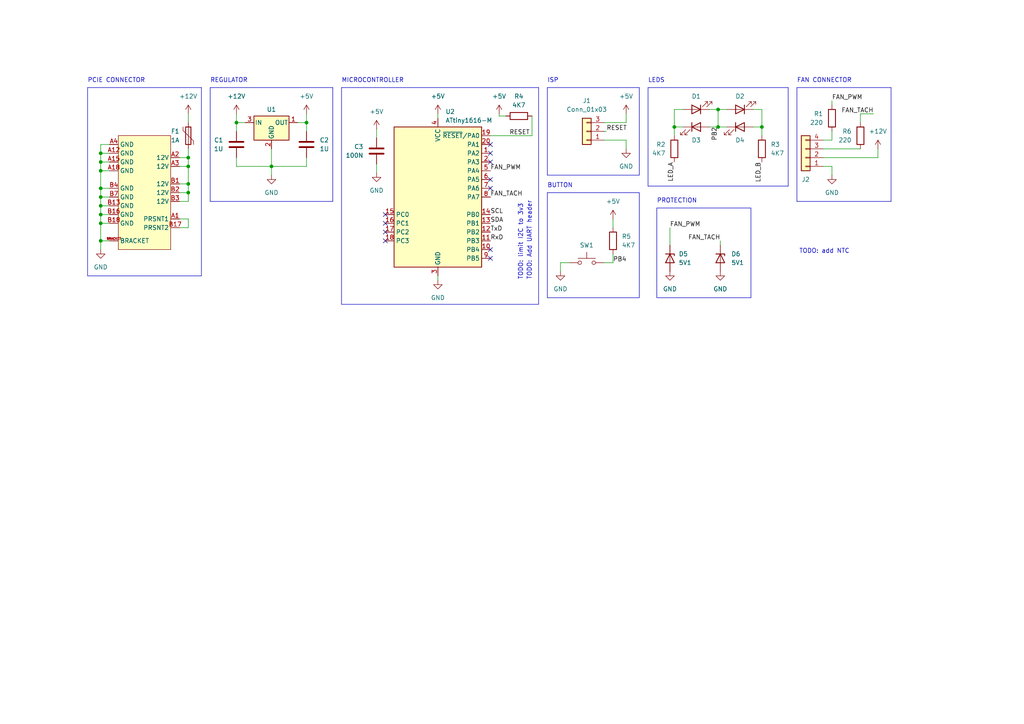
<source format=kicad_sch>
(kicad_sch (version 20230121) (generator eeschema)

  (uuid 1713d14d-cc18-4679-a970-718b860f3c91)

  (paper "A4")

  (title_block
    (title "PCIce")
    (rev "2")
    (company "Zoid Technology")
  )

  (lib_symbols
    (symbol "Connector_Generic:Conn_01x03" (pin_names (offset 1.016) hide) (in_bom yes) (on_board yes)
      (property "Reference" "J" (at 0 5.08 0)
        (effects (font (size 1.27 1.27)))
      )
      (property "Value" "Conn_01x03" (at 0 -5.08 0)
        (effects (font (size 1.27 1.27)))
      )
      (property "Footprint" "" (at 0 0 0)
        (effects (font (size 1.27 1.27)) hide)
      )
      (property "Datasheet" "~" (at 0 0 0)
        (effects (font (size 1.27 1.27)) hide)
      )
      (property "ki_keywords" "connector" (at 0 0 0)
        (effects (font (size 1.27 1.27)) hide)
      )
      (property "ki_description" "Generic connector, single row, 01x03, script generated (kicad-library-utils/schlib/autogen/connector/)" (at 0 0 0)
        (effects (font (size 1.27 1.27)) hide)
      )
      (property "ki_fp_filters" "Connector*:*_1x??_*" (at 0 0 0)
        (effects (font (size 1.27 1.27)) hide)
      )
      (symbol "Conn_01x03_1_1"
        (rectangle (start -1.27 -2.413) (end 0 -2.667)
          (stroke (width 0.1524) (type default))
          (fill (type none))
        )
        (rectangle (start -1.27 0.127) (end 0 -0.127)
          (stroke (width 0.1524) (type default))
          (fill (type none))
        )
        (rectangle (start -1.27 2.667) (end 0 2.413)
          (stroke (width 0.1524) (type default))
          (fill (type none))
        )
        (rectangle (start -1.27 3.81) (end 1.27 -3.81)
          (stroke (width 0.254) (type default))
          (fill (type background))
        )
        (pin passive line (at -5.08 2.54 0) (length 3.81)
          (name "Pin_1" (effects (font (size 1.27 1.27))))
          (number "1" (effects (font (size 1.27 1.27))))
        )
        (pin passive line (at -5.08 0 0) (length 3.81)
          (name "Pin_2" (effects (font (size 1.27 1.27))))
          (number "2" (effects (font (size 1.27 1.27))))
        )
        (pin passive line (at -5.08 -2.54 0) (length 3.81)
          (name "Pin_3" (effects (font (size 1.27 1.27))))
          (number "3" (effects (font (size 1.27 1.27))))
        )
      )
    )
    (symbol "Connector_Generic:Conn_01x04" (pin_names (offset 1.016) hide) (in_bom yes) (on_board yes)
      (property "Reference" "J" (at 0 5.08 0)
        (effects (font (size 1.27 1.27)))
      )
      (property "Value" "Conn_01x04" (at 0 -7.62 0)
        (effects (font (size 1.27 1.27)))
      )
      (property "Footprint" "" (at 0 0 0)
        (effects (font (size 1.27 1.27)) hide)
      )
      (property "Datasheet" "~" (at 0 0 0)
        (effects (font (size 1.27 1.27)) hide)
      )
      (property "ki_keywords" "connector" (at 0 0 0)
        (effects (font (size 1.27 1.27)) hide)
      )
      (property "ki_description" "Generic connector, single row, 01x04, script generated (kicad-library-utils/schlib/autogen/connector/)" (at 0 0 0)
        (effects (font (size 1.27 1.27)) hide)
      )
      (property "ki_fp_filters" "Connector*:*_1x??_*" (at 0 0 0)
        (effects (font (size 1.27 1.27)) hide)
      )
      (symbol "Conn_01x04_1_1"
        (rectangle (start -1.27 -4.953) (end 0 -5.207)
          (stroke (width 0.1524) (type default))
          (fill (type none))
        )
        (rectangle (start -1.27 -2.413) (end 0 -2.667)
          (stroke (width 0.1524) (type default))
          (fill (type none))
        )
        (rectangle (start -1.27 0.127) (end 0 -0.127)
          (stroke (width 0.1524) (type default))
          (fill (type none))
        )
        (rectangle (start -1.27 2.667) (end 0 2.413)
          (stroke (width 0.1524) (type default))
          (fill (type none))
        )
        (rectangle (start -1.27 3.81) (end 1.27 -6.35)
          (stroke (width 0.254) (type default))
          (fill (type background))
        )
        (pin passive line (at -5.08 2.54 0) (length 3.81)
          (name "Pin_1" (effects (font (size 1.27 1.27))))
          (number "1" (effects (font (size 1.27 1.27))))
        )
        (pin passive line (at -5.08 0 0) (length 3.81)
          (name "Pin_2" (effects (font (size 1.27 1.27))))
          (number "2" (effects (font (size 1.27 1.27))))
        )
        (pin passive line (at -5.08 -2.54 0) (length 3.81)
          (name "Pin_3" (effects (font (size 1.27 1.27))))
          (number "3" (effects (font (size 1.27 1.27))))
        )
        (pin passive line (at -5.08 -5.08 0) (length 3.81)
          (name "Pin_4" (effects (font (size 1.27 1.27))))
          (number "4" (effects (font (size 1.27 1.27))))
        )
      )
    )
    (symbol "Device:C" (pin_numbers hide) (pin_names (offset 0.254)) (in_bom yes) (on_board yes)
      (property "Reference" "C" (at 0.635 2.54 0)
        (effects (font (size 1.27 1.27)) (justify left))
      )
      (property "Value" "C" (at 0.635 -2.54 0)
        (effects (font (size 1.27 1.27)) (justify left))
      )
      (property "Footprint" "" (at 0.9652 -3.81 0)
        (effects (font (size 1.27 1.27)) hide)
      )
      (property "Datasheet" "~" (at 0 0 0)
        (effects (font (size 1.27 1.27)) hide)
      )
      (property "ki_keywords" "cap capacitor" (at 0 0 0)
        (effects (font (size 1.27 1.27)) hide)
      )
      (property "ki_description" "Unpolarized capacitor" (at 0 0 0)
        (effects (font (size 1.27 1.27)) hide)
      )
      (property "ki_fp_filters" "C_*" (at 0 0 0)
        (effects (font (size 1.27 1.27)) hide)
      )
      (symbol "C_0_1"
        (polyline
          (pts
            (xy -2.032 -0.762)
            (xy 2.032 -0.762)
          )
          (stroke (width 0.508) (type default))
          (fill (type none))
        )
        (polyline
          (pts
            (xy -2.032 0.762)
            (xy 2.032 0.762)
          )
          (stroke (width 0.508) (type default))
          (fill (type none))
        )
      )
      (symbol "C_1_1"
        (pin passive line (at 0 3.81 270) (length 2.794)
          (name "~" (effects (font (size 1.27 1.27))))
          (number "1" (effects (font (size 1.27 1.27))))
        )
        (pin passive line (at 0 -3.81 90) (length 2.794)
          (name "~" (effects (font (size 1.27 1.27))))
          (number "2" (effects (font (size 1.27 1.27))))
        )
      )
    )
    (symbol "Device:D_Zener" (pin_numbers hide) (pin_names (offset 1.016) hide) (in_bom yes) (on_board yes)
      (property "Reference" "D" (at 0 2.54 0)
        (effects (font (size 1.27 1.27)))
      )
      (property "Value" "D_Zener" (at 0 -2.54 0)
        (effects (font (size 1.27 1.27)))
      )
      (property "Footprint" "" (at 0 0 0)
        (effects (font (size 1.27 1.27)) hide)
      )
      (property "Datasheet" "~" (at 0 0 0)
        (effects (font (size 1.27 1.27)) hide)
      )
      (property "ki_keywords" "diode" (at 0 0 0)
        (effects (font (size 1.27 1.27)) hide)
      )
      (property "ki_description" "Zener diode" (at 0 0 0)
        (effects (font (size 1.27 1.27)) hide)
      )
      (property "ki_fp_filters" "TO-???* *_Diode_* *SingleDiode* D_*" (at 0 0 0)
        (effects (font (size 1.27 1.27)) hide)
      )
      (symbol "D_Zener_0_1"
        (polyline
          (pts
            (xy 1.27 0)
            (xy -1.27 0)
          )
          (stroke (width 0) (type default))
          (fill (type none))
        )
        (polyline
          (pts
            (xy -1.27 -1.27)
            (xy -1.27 1.27)
            (xy -0.762 1.27)
          )
          (stroke (width 0.254) (type default))
          (fill (type none))
        )
        (polyline
          (pts
            (xy 1.27 -1.27)
            (xy 1.27 1.27)
            (xy -1.27 0)
            (xy 1.27 -1.27)
          )
          (stroke (width 0.254) (type default))
          (fill (type none))
        )
      )
      (symbol "D_Zener_1_1"
        (pin passive line (at -3.81 0 0) (length 2.54)
          (name "K" (effects (font (size 1.27 1.27))))
          (number "1" (effects (font (size 1.27 1.27))))
        )
        (pin passive line (at 3.81 0 180) (length 2.54)
          (name "A" (effects (font (size 1.27 1.27))))
          (number "2" (effects (font (size 1.27 1.27))))
        )
      )
    )
    (symbol "Device:LED" (pin_numbers hide) (pin_names (offset 1.016) hide) (in_bom yes) (on_board yes)
      (property "Reference" "D" (at 0 2.54 0)
        (effects (font (size 1.27 1.27)))
      )
      (property "Value" "LED" (at 0 -2.54 0)
        (effects (font (size 1.27 1.27)))
      )
      (property "Footprint" "" (at 0 0 0)
        (effects (font (size 1.27 1.27)) hide)
      )
      (property "Datasheet" "~" (at 0 0 0)
        (effects (font (size 1.27 1.27)) hide)
      )
      (property "ki_keywords" "LED diode" (at 0 0 0)
        (effects (font (size 1.27 1.27)) hide)
      )
      (property "ki_description" "Light emitting diode" (at 0 0 0)
        (effects (font (size 1.27 1.27)) hide)
      )
      (property "ki_fp_filters" "LED* LED_SMD:* LED_THT:*" (at 0 0 0)
        (effects (font (size 1.27 1.27)) hide)
      )
      (symbol "LED_0_1"
        (polyline
          (pts
            (xy -1.27 -1.27)
            (xy -1.27 1.27)
          )
          (stroke (width 0.254) (type default))
          (fill (type none))
        )
        (polyline
          (pts
            (xy -1.27 0)
            (xy 1.27 0)
          )
          (stroke (width 0) (type default))
          (fill (type none))
        )
        (polyline
          (pts
            (xy 1.27 -1.27)
            (xy 1.27 1.27)
            (xy -1.27 0)
            (xy 1.27 -1.27)
          )
          (stroke (width 0.254) (type default))
          (fill (type none))
        )
        (polyline
          (pts
            (xy -3.048 -0.762)
            (xy -4.572 -2.286)
            (xy -3.81 -2.286)
            (xy -4.572 -2.286)
            (xy -4.572 -1.524)
          )
          (stroke (width 0) (type default))
          (fill (type none))
        )
        (polyline
          (pts
            (xy -1.778 -0.762)
            (xy -3.302 -2.286)
            (xy -2.54 -2.286)
            (xy -3.302 -2.286)
            (xy -3.302 -1.524)
          )
          (stroke (width 0) (type default))
          (fill (type none))
        )
      )
      (symbol "LED_1_1"
        (pin passive line (at -3.81 0 0) (length 2.54)
          (name "K" (effects (font (size 1.27 1.27))))
          (number "1" (effects (font (size 1.27 1.27))))
        )
        (pin passive line (at 3.81 0 180) (length 2.54)
          (name "A" (effects (font (size 1.27 1.27))))
          (number "2" (effects (font (size 1.27 1.27))))
        )
      )
    )
    (symbol "Device:Polyfuse" (pin_numbers hide) (pin_names (offset 0)) (in_bom yes) (on_board yes)
      (property "Reference" "F" (at -2.54 0 90)
        (effects (font (size 1.27 1.27)))
      )
      (property "Value" "Polyfuse" (at 2.54 0 90)
        (effects (font (size 1.27 1.27)))
      )
      (property "Footprint" "" (at 1.27 -5.08 0)
        (effects (font (size 1.27 1.27)) (justify left) hide)
      )
      (property "Datasheet" "~" (at 0 0 0)
        (effects (font (size 1.27 1.27)) hide)
      )
      (property "ki_keywords" "resettable fuse PTC PPTC polyfuse polyswitch" (at 0 0 0)
        (effects (font (size 1.27 1.27)) hide)
      )
      (property "ki_description" "Resettable fuse, polymeric positive temperature coefficient" (at 0 0 0)
        (effects (font (size 1.27 1.27)) hide)
      )
      (property "ki_fp_filters" "*polyfuse* *PTC*" (at 0 0 0)
        (effects (font (size 1.27 1.27)) hide)
      )
      (symbol "Polyfuse_0_1"
        (rectangle (start -0.762 2.54) (end 0.762 -2.54)
          (stroke (width 0.254) (type default))
          (fill (type none))
        )
        (polyline
          (pts
            (xy 0 2.54)
            (xy 0 -2.54)
          )
          (stroke (width 0) (type default))
          (fill (type none))
        )
        (polyline
          (pts
            (xy -1.524 2.54)
            (xy -1.524 1.524)
            (xy 1.524 -1.524)
            (xy 1.524 -2.54)
          )
          (stroke (width 0) (type default))
          (fill (type none))
        )
      )
      (symbol "Polyfuse_1_1"
        (pin passive line (at 0 3.81 270) (length 1.27)
          (name "~" (effects (font (size 1.27 1.27))))
          (number "1" (effects (font (size 1.27 1.27))))
        )
        (pin passive line (at 0 -3.81 90) (length 1.27)
          (name "~" (effects (font (size 1.27 1.27))))
          (number "2" (effects (font (size 1.27 1.27))))
        )
      )
    )
    (symbol "Device:R" (pin_numbers hide) (pin_names (offset 0)) (in_bom yes) (on_board yes)
      (property "Reference" "R" (at 2.032 0 90)
        (effects (font (size 1.27 1.27)))
      )
      (property "Value" "R" (at 0 0 90)
        (effects (font (size 1.27 1.27)))
      )
      (property "Footprint" "" (at -1.778 0 90)
        (effects (font (size 1.27 1.27)) hide)
      )
      (property "Datasheet" "~" (at 0 0 0)
        (effects (font (size 1.27 1.27)) hide)
      )
      (property "ki_keywords" "R res resistor" (at 0 0 0)
        (effects (font (size 1.27 1.27)) hide)
      )
      (property "ki_description" "Resistor" (at 0 0 0)
        (effects (font (size 1.27 1.27)) hide)
      )
      (property "ki_fp_filters" "R_*" (at 0 0 0)
        (effects (font (size 1.27 1.27)) hide)
      )
      (symbol "R_0_1"
        (rectangle (start -1.016 -2.54) (end 1.016 2.54)
          (stroke (width 0.254) (type default))
          (fill (type none))
        )
      )
      (symbol "R_1_1"
        (pin passive line (at 0 3.81 270) (length 1.27)
          (name "~" (effects (font (size 1.27 1.27))))
          (number "1" (effects (font (size 1.27 1.27))))
        )
        (pin passive line (at 0 -3.81 90) (length 1.27)
          (name "~" (effects (font (size 1.27 1.27))))
          (number "2" (effects (font (size 1.27 1.27))))
        )
      )
    )
    (symbol "MCU_Microchip_ATtiny:ATtiny1616-M" (in_bom yes) (on_board yes)
      (property "Reference" "U" (at -12.7 21.59 0)
        (effects (font (size 1.27 1.27)) (justify left bottom))
      )
      (property "Value" "ATtiny1616-M" (at 2.54 -21.59 0)
        (effects (font (size 1.27 1.27)) (justify left top))
      )
      (property "Footprint" "Package_DFN_QFN:VQFN-20-1EP_3x3mm_P0.4mm_EP1.7x1.7mm" (at 0 0 0)
        (effects (font (size 1.27 1.27) italic) hide)
      )
      (property "Datasheet" "http://ww1.microchip.com/downloads/en/DeviceDoc/ATtiny3216_ATtiny1616-data-sheet-40001997B.pdf" (at 0 0 0)
        (effects (font (size 1.27 1.27)) hide)
      )
      (property "ki_keywords" "AVR 8bit Microcontroller tinyAVR" (at 0 0 0)
        (effects (font (size 1.27 1.27)) hide)
      )
      (property "ki_description" "20MHz, 16kB Flash, 2kB SRAM, 256B EEPROM, VQFN-20" (at 0 0 0)
        (effects (font (size 1.27 1.27)) hide)
      )
      (property "ki_fp_filters" "VQFN*1EP*3x3mm*P0.4mm*" (at 0 0 0)
        (effects (font (size 1.27 1.27)) hide)
      )
      (symbol "ATtiny1616-M_0_1"
        (rectangle (start -12.7 -20.32) (end 12.7 20.32)
          (stroke (width 0.254) (type default))
          (fill (type background))
        )
      )
      (symbol "ATtiny1616-M_1_1"
        (pin bidirectional line (at 15.24 12.7 180) (length 2.54)
          (name "PA2" (effects (font (size 1.27 1.27))))
          (number "1" (effects (font (size 1.27 1.27))))
        )
        (pin bidirectional line (at 15.24 -15.24 180) (length 2.54)
          (name "PB4" (effects (font (size 1.27 1.27))))
          (number "10" (effects (font (size 1.27 1.27))))
        )
        (pin bidirectional line (at 15.24 -12.7 180) (length 2.54)
          (name "PB3" (effects (font (size 1.27 1.27))))
          (number "11" (effects (font (size 1.27 1.27))))
        )
        (pin bidirectional line (at 15.24 -10.16 180) (length 2.54)
          (name "PB2" (effects (font (size 1.27 1.27))))
          (number "12" (effects (font (size 1.27 1.27))))
        )
        (pin bidirectional line (at 15.24 -7.62 180) (length 2.54)
          (name "PB1" (effects (font (size 1.27 1.27))))
          (number "13" (effects (font (size 1.27 1.27))))
        )
        (pin bidirectional line (at 15.24 -5.08 180) (length 2.54)
          (name "PB0" (effects (font (size 1.27 1.27))))
          (number "14" (effects (font (size 1.27 1.27))))
        )
        (pin bidirectional line (at -15.24 -5.08 0) (length 2.54)
          (name "PC0" (effects (font (size 1.27 1.27))))
          (number "15" (effects (font (size 1.27 1.27))))
        )
        (pin bidirectional line (at -15.24 -7.62 0) (length 2.54)
          (name "PC1" (effects (font (size 1.27 1.27))))
          (number "16" (effects (font (size 1.27 1.27))))
        )
        (pin bidirectional line (at -15.24 -10.16 0) (length 2.54)
          (name "PC2" (effects (font (size 1.27 1.27))))
          (number "17" (effects (font (size 1.27 1.27))))
        )
        (pin bidirectional line (at -15.24 -12.7 0) (length 2.54)
          (name "PC3" (effects (font (size 1.27 1.27))))
          (number "18" (effects (font (size 1.27 1.27))))
        )
        (pin bidirectional line (at 15.24 17.78 180) (length 2.54)
          (name "~{RESET}/PA0" (effects (font (size 1.27 1.27))))
          (number "19" (effects (font (size 1.27 1.27))))
        )
        (pin bidirectional line (at 15.24 10.16 180) (length 2.54)
          (name "PA3" (effects (font (size 1.27 1.27))))
          (number "2" (effects (font (size 1.27 1.27))))
        )
        (pin bidirectional line (at 15.24 15.24 180) (length 2.54)
          (name "PA1" (effects (font (size 1.27 1.27))))
          (number "20" (effects (font (size 1.27 1.27))))
        )
        (pin passive line (at 0 -22.86 90) (length 2.54) hide
          (name "GND" (effects (font (size 1.27 1.27))))
          (number "21" (effects (font (size 1.27 1.27))))
        )
        (pin power_in line (at 0 -22.86 90) (length 2.54)
          (name "GND" (effects (font (size 1.27 1.27))))
          (number "3" (effects (font (size 1.27 1.27))))
        )
        (pin power_in line (at 0 22.86 270) (length 2.54)
          (name "VCC" (effects (font (size 1.27 1.27))))
          (number "4" (effects (font (size 1.27 1.27))))
        )
        (pin bidirectional line (at 15.24 7.62 180) (length 2.54)
          (name "PA4" (effects (font (size 1.27 1.27))))
          (number "5" (effects (font (size 1.27 1.27))))
        )
        (pin bidirectional line (at 15.24 5.08 180) (length 2.54)
          (name "PA5" (effects (font (size 1.27 1.27))))
          (number "6" (effects (font (size 1.27 1.27))))
        )
        (pin bidirectional line (at 15.24 2.54 180) (length 2.54)
          (name "PA6" (effects (font (size 1.27 1.27))))
          (number "7" (effects (font (size 1.27 1.27))))
        )
        (pin bidirectional line (at 15.24 0 180) (length 2.54)
          (name "PA7" (effects (font (size 1.27 1.27))))
          (number "8" (effects (font (size 1.27 1.27))))
        )
        (pin bidirectional line (at 15.24 -17.78 180) (length 2.54)
          (name "PB5" (effects (font (size 1.27 1.27))))
          (number "9" (effects (font (size 1.27 1.27))))
        )
      )
    )
    (symbol "Switch:SW_Push" (pin_numbers hide) (pin_names (offset 1.016) hide) (in_bom yes) (on_board yes)
      (property "Reference" "SW" (at 1.27 2.54 0)
        (effects (font (size 1.27 1.27)) (justify left))
      )
      (property "Value" "SW_Push" (at 0 -1.524 0)
        (effects (font (size 1.27 1.27)))
      )
      (property "Footprint" "" (at 0 5.08 0)
        (effects (font (size 1.27 1.27)) hide)
      )
      (property "Datasheet" "~" (at 0 5.08 0)
        (effects (font (size 1.27 1.27)) hide)
      )
      (property "ki_keywords" "switch normally-open pushbutton push-button" (at 0 0 0)
        (effects (font (size 1.27 1.27)) hide)
      )
      (property "ki_description" "Push button switch, generic, two pins" (at 0 0 0)
        (effects (font (size 1.27 1.27)) hide)
      )
      (symbol "SW_Push_0_1"
        (circle (center -2.032 0) (radius 0.508)
          (stroke (width 0) (type default))
          (fill (type none))
        )
        (polyline
          (pts
            (xy 0 1.27)
            (xy 0 3.048)
          )
          (stroke (width 0) (type default))
          (fill (type none))
        )
        (polyline
          (pts
            (xy 2.54 1.27)
            (xy -2.54 1.27)
          )
          (stroke (width 0) (type default))
          (fill (type none))
        )
        (circle (center 2.032 0) (radius 0.508)
          (stroke (width 0) (type default))
          (fill (type none))
        )
        (pin passive line (at -5.08 0 0) (length 2.54)
          (name "1" (effects (font (size 1.27 1.27))))
          (number "1" (effects (font (size 1.27 1.27))))
        )
        (pin passive line (at 5.08 0 180) (length 2.54)
          (name "2" (effects (font (size 1.27 1.27))))
          (number "2" (effects (font (size 1.27 1.27))))
        )
      )
    )
    (symbol "_Symbols:GENERIC_REGULATOR_SOT89" (pin_names (offset 0.254)) (in_bom yes) (on_board yes)
      (property "Reference" "U" (at -3.81 3.81 0)
        (effects (font (size 1.27 1.27)))
      )
      (property "Value" "GENERIC_REGULATOR_SOT89" (at 1.27 3.81 0)
        (effects (font (size 1.27 1.27)) (justify left))
      )
      (property "Footprint" "_Footprints:SOT89-3" (at 0 6.35 0)
        (effects (font (size 1.27 1.27) italic) hide)
      )
      (property "Datasheet" "" (at 0 -1.27 0)
        (effects (font (size 1.27 1.27)) hide)
      )
      (property "ki_fp_filters" "SOT?89*" (at 0 0 0)
        (effects (font (size 1.27 1.27)) hide)
      )
      (symbol "GENERIC_REGULATOR_SOT89_0_1"
        (rectangle (start -5.08 1.905) (end 5.08 -5.08)
          (stroke (width 0.254) (type default))
          (fill (type background))
        )
      )
      (symbol "GENERIC_REGULATOR_SOT89_1_1"
        (pin power_out line (at 7.62 0 180) (length 2.54)
          (name "OUT" (effects (font (size 1.27 1.27))))
          (number "1" (effects (font (size 1.27 1.27))))
        )
        (pin power_in line (at 0 -7.62 90) (length 2.54)
          (name "GND" (effects (font (size 1.27 1.27))))
          (number "2" (effects (font (size 1.27 1.27))))
        )
        (pin power_in line (at -7.62 0 0) (length 2.54)
          (name "IN" (effects (font (size 1.27 1.27))))
          (number "3" (effects (font (size 1.27 1.27))))
        )
      )
    )
    (symbol "_Symbols:PCIE_X1_12V" (in_bom no) (on_board yes)
      (property "Reference" "J" (at 0 -21.59 0)
        (effects (font (size 1.27 1.27)))
      )
      (property "Value" "PCIE_X1_12V" (at 0 16.51 0)
        (effects (font (size 1.27 1.27)))
      )
      (property "Footprint" "_Footprints:PCIE_X1_12V" (at -58.42 30.48 0)
        (effects (font (size 1.27 1.27)) hide)
      )
      (property "Datasheet" "" (at -58.42 30.48 0)
        (effects (font (size 1.27 1.27)) hide)
      )
      (symbol "PCIE_X1_12V_0_0"
        (pin passive line (at 10.16 -10.16 180) (length 2.54)
          (name "PRSNT1" (effects (font (size 1.27 1.27))))
          (number "A1" (effects (font (size 1.27 1.27))))
        )
        (pin passive line (at -10.16 8.89 0) (length 2.54)
          (name "GND" (effects (font (size 1.27 1.27))))
          (number "A12" (effects (font (size 1.27 1.27))))
        )
        (pin passive line (at -10.16 6.35 0) (length 2.54)
          (name "GND" (effects (font (size 1.27 1.27))))
          (number "A15" (effects (font (size 1.27 1.27))))
        )
        (pin passive line (at -10.16 3.81 0) (length 2.54)
          (name "GND" (effects (font (size 1.27 1.27))))
          (number "A18" (effects (font (size 1.27 1.27))))
        )
        (pin passive line (at 10.16 7.62 180) (length 2.54)
          (name "12V" (effects (font (size 1.27 1.27))))
          (number "A2" (effects (font (size 1.27 1.27))))
        )
        (pin passive line (at 10.16 5.08 180) (length 2.54)
          (name "12V" (effects (font (size 1.27 1.27))))
          (number "A3" (effects (font (size 1.27 1.27))))
        )
        (pin passive line (at -10.16 11.43 0) (length 2.54)
          (name "GND" (effects (font (size 1.27 1.27))))
          (number "A4" (effects (font (size 1.27 1.27))))
        )
        (pin passive line (at 10.16 0 180) (length 2.54)
          (name "12V" (effects (font (size 1.27 1.27))))
          (number "B1" (effects (font (size 1.27 1.27))))
        )
        (pin passive line (at -10.16 -6.35 0) (length 2.54)
          (name "GND" (effects (font (size 1.27 1.27))))
          (number "B13" (effects (font (size 1.27 1.27))))
        )
        (pin passive line (at -10.16 -8.89 0) (length 2.54)
          (name "GND" (effects (font (size 1.27 1.27))))
          (number "B16" (effects (font (size 1.27 1.27))))
        )
        (pin passive line (at 10.16 -12.7 180) (length 2.54)
          (name "PRSNT2" (effects (font (size 1.27 1.27))))
          (number "B17" (effects (font (size 1.27 1.27))))
        )
        (pin passive line (at -10.16 -11.43 0) (length 2.54)
          (name "GND" (effects (font (size 1.27 1.27))))
          (number "B18" (effects (font (size 1.27 1.27))))
        )
        (pin passive line (at 10.16 -2.54 180) (length 2.54)
          (name "12V" (effects (font (size 1.27 1.27))))
          (number "B2" (effects (font (size 1.27 1.27))))
        )
        (pin passive line (at 10.16 -5.08 180) (length 2.54)
          (name "12V" (effects (font (size 1.27 1.27))))
          (number "B3" (effects (font (size 1.27 1.27))))
        )
        (pin passive line (at -10.16 -1.27 0) (length 2.54)
          (name "GND" (effects (font (size 1.27 1.27))))
          (number "B4" (effects (font (size 1.27 1.27))))
        )
        (pin passive line (at -10.16 -3.81 0) (length 2.54)
          (name "GND" (effects (font (size 1.27 1.27))))
          (number "B7" (effects (font (size 1.27 1.27))))
        )
      )
      (symbol "PCIE_X1_12V_0_1"
        (rectangle (start -7.62 13.97) (end 7.62 -19.05)
          (stroke (width 0) (type default))
          (fill (type background))
        )
      )
      (symbol "PCIE_X1_12V_1_1"
        (pin passive line (at -10.16 -16.51 0) (length 2.54)
          (name "BRACKET" (effects (font (size 1.27 1.27))))
          (number "BRACKET" (effects (font (size 0.635 0.635))))
        )
      )
    )
    (symbol "power:+12V" (power) (pin_names (offset 0)) (in_bom yes) (on_board yes)
      (property "Reference" "#PWR" (at 0 -3.81 0)
        (effects (font (size 1.27 1.27)) hide)
      )
      (property "Value" "+12V" (at 0 3.556 0)
        (effects (font (size 1.27 1.27)))
      )
      (property "Footprint" "" (at 0 0 0)
        (effects (font (size 1.27 1.27)) hide)
      )
      (property "Datasheet" "" (at 0 0 0)
        (effects (font (size 1.27 1.27)) hide)
      )
      (property "ki_keywords" "power-flag" (at 0 0 0)
        (effects (font (size 1.27 1.27)) hide)
      )
      (property "ki_description" "Power symbol creates a global label with name \"+12V\"" (at 0 0 0)
        (effects (font (size 1.27 1.27)) hide)
      )
      (symbol "+12V_0_1"
        (polyline
          (pts
            (xy -0.762 1.27)
            (xy 0 2.54)
          )
          (stroke (width 0) (type default))
          (fill (type none))
        )
        (polyline
          (pts
            (xy 0 0)
            (xy 0 2.54)
          )
          (stroke (width 0) (type default))
          (fill (type none))
        )
        (polyline
          (pts
            (xy 0 2.54)
            (xy 0.762 1.27)
          )
          (stroke (width 0) (type default))
          (fill (type none))
        )
      )
      (symbol "+12V_1_1"
        (pin power_in line (at 0 0 90) (length 0) hide
          (name "+12V" (effects (font (size 1.27 1.27))))
          (number "1" (effects (font (size 1.27 1.27))))
        )
      )
    )
    (symbol "power:+5V" (power) (pin_names (offset 0)) (in_bom yes) (on_board yes)
      (property "Reference" "#PWR" (at 0 -3.81 0)
        (effects (font (size 1.27 1.27)) hide)
      )
      (property "Value" "+5V" (at 0 3.556 0)
        (effects (font (size 1.27 1.27)))
      )
      (property "Footprint" "" (at 0 0 0)
        (effects (font (size 1.27 1.27)) hide)
      )
      (property "Datasheet" "" (at 0 0 0)
        (effects (font (size 1.27 1.27)) hide)
      )
      (property "ki_keywords" "power-flag" (at 0 0 0)
        (effects (font (size 1.27 1.27)) hide)
      )
      (property "ki_description" "Power symbol creates a global label with name \"+5V\"" (at 0 0 0)
        (effects (font (size 1.27 1.27)) hide)
      )
      (symbol "+5V_0_1"
        (polyline
          (pts
            (xy -0.762 1.27)
            (xy 0 2.54)
          )
          (stroke (width 0) (type default))
          (fill (type none))
        )
        (polyline
          (pts
            (xy 0 0)
            (xy 0 2.54)
          )
          (stroke (width 0) (type default))
          (fill (type none))
        )
        (polyline
          (pts
            (xy 0 2.54)
            (xy 0.762 1.27)
          )
          (stroke (width 0) (type default))
          (fill (type none))
        )
      )
      (symbol "+5V_1_1"
        (pin power_in line (at 0 0 90) (length 0) hide
          (name "+5V" (effects (font (size 1.27 1.27))))
          (number "1" (effects (font (size 1.27 1.27))))
        )
      )
    )
    (symbol "power:GND" (power) (pin_names (offset 0)) (in_bom yes) (on_board yes)
      (property "Reference" "#PWR" (at 0 -6.35 0)
        (effects (font (size 1.27 1.27)) hide)
      )
      (property "Value" "GND" (at 0 -3.81 0)
        (effects (font (size 1.27 1.27)))
      )
      (property "Footprint" "" (at 0 0 0)
        (effects (font (size 1.27 1.27)) hide)
      )
      (property "Datasheet" "" (at 0 0 0)
        (effects (font (size 1.27 1.27)) hide)
      )
      (property "ki_keywords" "power-flag" (at 0 0 0)
        (effects (font (size 1.27 1.27)) hide)
      )
      (property "ki_description" "Power symbol creates a global label with name \"GND\" , ground" (at 0 0 0)
        (effects (font (size 1.27 1.27)) hide)
      )
      (symbol "GND_0_1"
        (polyline
          (pts
            (xy 0 0)
            (xy 0 -1.27)
            (xy 1.27 -1.27)
            (xy 0 -2.54)
            (xy -1.27 -1.27)
            (xy 0 -1.27)
          )
          (stroke (width 0) (type default))
          (fill (type none))
        )
      )
      (symbol "GND_1_1"
        (pin power_in line (at 0 0 270) (length 0) hide
          (name "GND" (effects (font (size 1.27 1.27))))
          (number "1" (effects (font (size 1.27 1.27))))
        )
      )
    )
  )

  (junction (at 29.21 59.69) (diameter 0) (color 0 0 0 0)
    (uuid 013d5b64-2a42-4056-952f-4d90df15e89c)
  )
  (junction (at 29.21 44.45) (diameter 0) (color 0 0 0 0)
    (uuid 1aaf8a45-bfe5-4edb-b8c6-3220ed41ecc3)
  )
  (junction (at 220.98 36.83) (diameter 0) (color 0 0 0 0)
    (uuid 2f6ccfd4-03f6-4b02-a600-ecda28e52946)
  )
  (junction (at 208.28 36.83) (diameter 0) (color 0 0 0 0)
    (uuid 46545d8e-9d26-4f6d-95de-3e37982a7505)
  )
  (junction (at 29.21 49.53) (diameter 0) (color 0 0 0 0)
    (uuid 528e4f07-0774-4d26-9e20-99db65ac0d0c)
  )
  (junction (at 68.58 35.56) (diameter 0) (color 0 0 0 0)
    (uuid 5410477e-fc0b-4095-8902-863cef0e9fe8)
  )
  (junction (at 78.74 48.26) (diameter 0) (color 0 0 0 0)
    (uuid 65659e65-08f2-4057-b12d-6b12c7fbdeeb)
  )
  (junction (at 29.21 54.61) (diameter 0) (color 0 0 0 0)
    (uuid 6a5db48e-3baa-40c9-b0de-64674cccc318)
  )
  (junction (at 29.21 57.15) (diameter 0) (color 0 0 0 0)
    (uuid 736b3364-7a8a-4744-bf78-45413204be59)
  )
  (junction (at 29.21 64.77) (diameter 0) (color 0 0 0 0)
    (uuid 9bd759f5-0291-407b-aa5d-591c2d2c8ce0)
  )
  (junction (at 54.61 53.34) (diameter 0) (color 0 0 0 0)
    (uuid 9f664423-8d54-4c61-95bd-2ba2782fe285)
  )
  (junction (at 208.28 31.75) (diameter 0) (color 0 0 0 0)
    (uuid a412127f-26d2-4aff-acf0-632b2bc601ec)
  )
  (junction (at 29.21 46.99) (diameter 0) (color 0 0 0 0)
    (uuid a98d427f-89d6-4e08-bc86-ca5c9f4f8b6b)
  )
  (junction (at 29.21 62.23) (diameter 0) (color 0 0 0 0)
    (uuid aa6c3d95-14ce-4260-a183-c5d249324d43)
  )
  (junction (at 195.58 36.83) (diameter 0) (color 0 0 0 0)
    (uuid abef5ba3-d2d5-434d-9079-3d80ad1a087d)
  )
  (junction (at 88.9 35.56) (diameter 0) (color 0 0 0 0)
    (uuid af9fb4fa-6c1f-41fe-aa1d-2e422c7c660b)
  )
  (junction (at 54.61 55.88) (diameter 0) (color 0 0 0 0)
    (uuid ce361deb-a8fd-4d43-b209-9a62eefd225e)
  )
  (junction (at 29.21 69.85) (diameter 0) (color 0 0 0 0)
    (uuid dae078b5-a219-4d6f-b63c-39cdad8bdf7a)
  )
  (junction (at 54.61 48.26) (diameter 0) (color 0 0 0 0)
    (uuid e1239354-2bdb-4681-8ea5-aea017ac815e)
  )
  (junction (at 54.61 45.72) (diameter 0) (color 0 0 0 0)
    (uuid eca2f643-9db1-4a2e-aca5-5213e46f82e4)
  )

  (no_connect (at 111.76 69.85) (uuid 02e009c0-533c-474a-b25c-fbcbc67e0e33))
  (no_connect (at 142.24 54.61) (uuid 0e0fc6cf-9167-4980-868e-260a7322739a))
  (no_connect (at 142.24 46.99) (uuid 229c24cf-f04e-4e06-adec-b1cb465948b9))
  (no_connect (at 142.24 44.45) (uuid 2e7c268f-2a04-48e2-97cd-f42e35621367))
  (no_connect (at 142.24 41.91) (uuid 5dcfceda-24c5-4c52-bfbb-db9e0f1847ed))
  (no_connect (at 142.24 72.39) (uuid 5e7e660f-78fb-4dc2-8821-2197e5d4b594))
  (no_connect (at 142.24 74.93) (uuid 648a7597-cd47-4e4c-8f7d-b7fe6ae8371d))
  (no_connect (at 111.76 67.31) (uuid 8f3f6e32-9bda-4aec-aecd-fc9a0ffa4b99))
  (no_connect (at 111.76 64.77) (uuid 99e8fb89-e383-4aa9-8e60-f107f279598b))
  (no_connect (at 142.24 52.07) (uuid ae4389f8-799a-456f-99c7-4e72ce624b58))
  (no_connect (at 111.76 62.23) (uuid ba70ee8a-7f4b-4144-bd93-a78898851c8d))

  (wire (pts (xy 195.58 31.75) (xy 195.58 36.83))
    (stroke (width 0) (type default))
    (uuid 01dcb27d-45f3-459a-b345-ce7dc1968ddf)
  )
  (wire (pts (xy 175.26 35.56) (xy 181.61 35.56))
    (stroke (width 0) (type default))
    (uuid 02e426ba-878c-485d-9f13-3996a0b9f2da)
  )
  (wire (pts (xy 78.74 48.26) (xy 78.74 50.8))
    (stroke (width 0) (type default))
    (uuid 03ef7e9b-39b5-4f40-8654-04e6e9e6f64d)
  )
  (wire (pts (xy 249.555 43.18) (xy 238.76 43.18))
    (stroke (width 0) (type default))
    (uuid 060d4191-4310-4cd2-b6ca-82bc17cfbcc4)
  )
  (wire (pts (xy 144.78 33.655) (xy 146.685 33.655))
    (stroke (width 0) (type default))
    (uuid 06b08005-bb29-43a0-b98e-61e5ce036ecb)
  )
  (wire (pts (xy 238.76 40.64) (xy 241.3 40.64))
    (stroke (width 0) (type default))
    (uuid 0964d0cc-a5af-4875-91ff-73c1e87e9d97)
  )
  (wire (pts (xy 109.22 37.465) (xy 109.22 40.005))
    (stroke (width 0) (type default))
    (uuid 0fb939d5-3ec4-4942-abca-25cd946c1123)
  )
  (wire (pts (xy 52.07 55.88) (xy 54.61 55.88))
    (stroke (width 0) (type default))
    (uuid 167f00a2-1b51-4e63-a3ba-b7e53a6902eb)
  )
  (wire (pts (xy 29.21 57.15) (xy 29.21 59.69))
    (stroke (width 0) (type default))
    (uuid 18bff144-532a-4390-9235-4df1c61f3d15)
  )
  (wire (pts (xy 78.74 43.18) (xy 78.74 48.26))
    (stroke (width 0) (type default))
    (uuid 195631a5-93d3-4e8f-908c-a1143b7636d9)
  )
  (wire (pts (xy 198.12 31.75) (xy 195.58 31.75))
    (stroke (width 0) (type default))
    (uuid 1a6ccccc-dea3-41e7-8a1d-b237a961e3b9)
  )
  (wire (pts (xy 29.21 41.91) (xy 29.21 44.45))
    (stroke (width 0) (type default))
    (uuid 1b6d39d5-de1b-4418-b389-f256037afdbf)
  )
  (polyline (pts (xy 158.75 25.4) (xy 185.42 25.4))
    (stroke (width 0) (type default))
    (uuid 209d7c5e-fe98-4478-b385-0c56f9a6d43c)
  )
  (polyline (pts (xy 185.42 55.88) (xy 185.42 86.36))
    (stroke (width 0) (type default))
    (uuid 22df4a6a-e847-4e56-b13b-eeb0ffd8f31c)
  )

  (wire (pts (xy 29.21 62.23) (xy 31.75 62.23))
    (stroke (width 0) (type default))
    (uuid 23268725-49be-4b44-bf9f-09caa2def614)
  )
  (wire (pts (xy 88.9 35.56) (xy 88.9 33.02))
    (stroke (width 0) (type default))
    (uuid 23b340af-bfe1-4d81-ad08-cda0e2c334dd)
  )
  (polyline (pts (xy 187.96 53.975) (xy 187.96 25.4))
    (stroke (width 0) (type default))
    (uuid 25946377-c409-4c4c-b899-569d59af9a65)
  )

  (wire (pts (xy 68.58 35.56) (xy 71.12 35.56))
    (stroke (width 0) (type default))
    (uuid 25be4577-b71a-4d9e-b042-f2c1e992a347)
  )
  (polyline (pts (xy 231.14 25.4) (xy 231.14 58.42))
    (stroke (width 0) (type default))
    (uuid 26c7ad1c-70d1-425f-a54b-a9f858d401da)
  )
  (polyline (pts (xy 258.445 58.42) (xy 258.445 25.4))
    (stroke (width 0) (type default))
    (uuid 27a4aa54-feb2-40c3-bc7b-8884178ff74c)
  )

  (wire (pts (xy 181.61 35.56) (xy 181.61 33.02))
    (stroke (width 0) (type default))
    (uuid 2950b912-9e6d-4e6d-8b1d-209aa5f184bf)
  )
  (wire (pts (xy 162.56 76.2) (xy 165.1 76.2))
    (stroke (width 0) (type default))
    (uuid 29fab6a7-9936-428f-98cf-f245ce033e00)
  )
  (polyline (pts (xy 185.42 86.36) (xy 158.75 86.36))
    (stroke (width 0) (type default))
    (uuid 2a73afbe-264f-4e99-b4e2-6f89db478692)
  )

  (wire (pts (xy 54.61 63.5) (xy 54.61 66.04))
    (stroke (width 0) (type default))
    (uuid 2c1fc6b5-075a-48a4-be5d-e181d4a6ab45)
  )
  (wire (pts (xy 29.21 59.69) (xy 29.21 62.23))
    (stroke (width 0) (type default))
    (uuid 2c58a9fd-391b-48e4-8a11-bdb22edc9df6)
  )
  (polyline (pts (xy 156.21 25.4) (xy 99.06 25.4))
    (stroke (width 0) (type default))
    (uuid 3170b5f9-1a07-4114-b100-e997fb60b582)
  )

  (wire (pts (xy 220.98 31.75) (xy 220.98 36.83))
    (stroke (width 0) (type default))
    (uuid 346b24a1-6910-4fd2-b771-f1f936d04e31)
  )
  (wire (pts (xy 241.3 48.26) (xy 241.3 50.8))
    (stroke (width 0) (type default))
    (uuid 346d5513-2446-431c-b163-331f0024e340)
  )
  (wire (pts (xy 88.9 35.56) (xy 88.9 38.1))
    (stroke (width 0) (type default))
    (uuid 3bdc52a6-6643-4a02-b616-8da0f3ab64fa)
  )
  (wire (pts (xy 54.61 55.88) (xy 54.61 53.34))
    (stroke (width 0) (type default))
    (uuid 3c6bd521-cc1f-4fe5-baa2-be576aae9363)
  )
  (wire (pts (xy 195.58 36.83) (xy 195.58 39.37))
    (stroke (width 0) (type default))
    (uuid 3efa0ed5-7cd5-4e2a-9117-e635338097a8)
  )
  (wire (pts (xy 154.305 33.655) (xy 154.305 39.37))
    (stroke (width 0) (type default))
    (uuid 3f3c512f-76fa-44d6-be82-5b03dc1c78da)
  )
  (wire (pts (xy 241.3 40.64) (xy 241.3 38.1))
    (stroke (width 0) (type default))
    (uuid 44f68103-fdc4-4a0f-9534-ccf74bd448b1)
  )
  (wire (pts (xy 29.21 54.61) (xy 31.75 54.61))
    (stroke (width 0) (type default))
    (uuid 453609c4-5c7f-4428-a055-b149bd46b9fa)
  )
  (wire (pts (xy 205.74 31.75) (xy 208.28 31.75))
    (stroke (width 0) (type default))
    (uuid 45eb77aa-4767-4e70-b28c-b855cf49e205)
  )
  (wire (pts (xy 144.78 33.02) (xy 144.78 33.655))
    (stroke (width 0) (type default))
    (uuid 487f241c-023a-4f9e-b089-6413d8e866a4)
  )
  (wire (pts (xy 29.21 49.53) (xy 31.75 49.53))
    (stroke (width 0) (type default))
    (uuid 48a97264-d022-4063-85a1-b9107988792c)
  )
  (wire (pts (xy 78.74 48.26) (xy 88.9 48.26))
    (stroke (width 0) (type default))
    (uuid 4bce096c-ed78-4080-b2e0-dc35b26419f5)
  )
  (wire (pts (xy 220.98 36.83) (xy 220.98 39.37))
    (stroke (width 0) (type default))
    (uuid 4c0ba292-29cf-4cd6-9c21-c038b1b8de96)
  )
  (polyline (pts (xy 58.42 25.4) (xy 58.42 80.01))
    (stroke (width 0) (type default))
    (uuid 4f73d0ca-38bb-4c1f-9328-7d72d1c9cc02)
  )

  (wire (pts (xy 162.56 78.74) (xy 162.56 76.2))
    (stroke (width 0) (type default))
    (uuid 5125d280-3ade-4761-8d6d-186c414de582)
  )
  (wire (pts (xy 175.26 38.1) (xy 175.895 38.1))
    (stroke (width 0) (type default))
    (uuid 556f1e2b-7603-4447-bb80-469a7766b187)
  )
  (polyline (pts (xy 96.52 25.4) (xy 60.96 25.4))
    (stroke (width 0) (type default))
    (uuid 56b9433a-542c-414a-8e08-73476735378c)
  )
  (polyline (pts (xy 25.4 25.4) (xy 58.42 25.4))
    (stroke (width 0) (type default))
    (uuid 5985c61d-a899-4358-be2f-669bd6363c5f)
  )

  (wire (pts (xy 54.61 53.34) (xy 52.07 53.34))
    (stroke (width 0) (type default))
    (uuid 5bede907-7513-438e-9613-49003fe21d77)
  )
  (wire (pts (xy 29.21 64.77) (xy 29.21 69.85))
    (stroke (width 0) (type default))
    (uuid 5fb6268a-55b5-451a-b3bc-532c76cb0807)
  )
  (wire (pts (xy 29.21 59.69) (xy 31.75 59.69))
    (stroke (width 0) (type default))
    (uuid 5fda3f36-23cf-4f6a-bde2-6f6b948e0edc)
  )
  (polyline (pts (xy 96.52 58.42) (xy 96.52 25.4))
    (stroke (width 0) (type default))
    (uuid 5ffbb090-02d3-40a1-92ec-7dfd38f102c9)
  )

  (wire (pts (xy 29.21 69.85) (xy 29.21 72.39))
    (stroke (width 0) (type default))
    (uuid 634f08ff-1988-45a4-b890-9e7edfd31584)
  )
  (polyline (pts (xy 58.42 80.01) (xy 25.4 80.01))
    (stroke (width 0) (type default))
    (uuid 65bdf412-41dd-43aa-b1da-3bf26c492a32)
  )

  (wire (pts (xy 253.365 33.02) (xy 249.555 33.02))
    (stroke (width 0) (type default))
    (uuid 668f0e8f-0659-4978-be71-bfba56399077)
  )
  (wire (pts (xy 29.21 46.99) (xy 31.75 46.99))
    (stroke (width 0) (type default))
    (uuid 671abafa-f8b5-45a6-8f20-10b6c0a0687f)
  )
  (wire (pts (xy 54.61 45.72) (xy 52.07 45.72))
    (stroke (width 0) (type default))
    (uuid 6a43f222-30b4-40a7-860e-5b1b0e99e203)
  )
  (wire (pts (xy 127 80.01) (xy 127 81.28))
    (stroke (width 0) (type default))
    (uuid 6c23edcf-4e0c-402a-8eb1-3527f87edfa8)
  )
  (polyline (pts (xy 158.75 50.8) (xy 158.75 25.4))
    (stroke (width 0) (type default))
    (uuid 6dfcba14-4015-483c-ba28-57e6f3556524)
  )

  (wire (pts (xy 109.22 47.625) (xy 109.22 50.165))
    (stroke (width 0) (type default))
    (uuid 6e1b88c9-e950-4a74-854e-394a83df8a57)
  )
  (wire (pts (xy 31.75 41.91) (xy 29.21 41.91))
    (stroke (width 0) (type default))
    (uuid 704fec7b-aa53-433d-a6e0-387493c3fad3)
  )
  (wire (pts (xy 29.21 57.15) (xy 31.75 57.15))
    (stroke (width 0) (type default))
    (uuid 75f9d081-549a-43fa-8d3d-416cf1221270)
  )
  (wire (pts (xy 54.61 66.04) (xy 52.07 66.04))
    (stroke (width 0) (type default))
    (uuid 77e8b0a7-1643-4db8-b168-d2132d776599)
  )
  (wire (pts (xy 29.21 49.53) (xy 29.21 54.61))
    (stroke (width 0) (type default))
    (uuid 7f3a79b5-f448-4e9f-8e6c-e8d31f28abe8)
  )
  (wire (pts (xy 54.61 53.34) (xy 54.61 48.26))
    (stroke (width 0) (type default))
    (uuid 830511e5-1f82-48ee-bbd1-f39450f668ed)
  )
  (wire (pts (xy 52.07 58.42) (xy 54.61 58.42))
    (stroke (width 0) (type default))
    (uuid 8d1d05a8-2199-4278-b453-5f87605fe09c)
  )
  (wire (pts (xy 54.61 33.02) (xy 54.61 35.56))
    (stroke (width 0) (type default))
    (uuid 8d77f3f3-db21-4660-adc4-15eac9e33d29)
  )
  (wire (pts (xy 195.58 36.83) (xy 198.12 36.83))
    (stroke (width 0) (type default))
    (uuid 9111811b-d5a4-47b9-b72b-48019e1bf0d3)
  )
  (wire (pts (xy 68.58 48.26) (xy 78.74 48.26))
    (stroke (width 0) (type default))
    (uuid 9141bd40-5ef5-452e-bec4-b0e660bd6c93)
  )
  (polyline (pts (xy 185.42 25.4) (xy 185.42 50.8))
    (stroke (width 0) (type default))
    (uuid 91a85bef-b8df-4d86-b512-f57e46759e61)
  )
  (polyline (pts (xy 185.42 50.8) (xy 158.75 50.8))
    (stroke (width 0) (type default))
    (uuid 944b428e-6e35-4851-9b72-ef676284bafa)
  )

  (wire (pts (xy 181.61 40.64) (xy 181.61 43.18))
    (stroke (width 0) (type default))
    (uuid 95c1b6aa-4c9c-4c8f-b45a-aa029c106c56)
  )
  (wire (pts (xy 54.61 43.18) (xy 54.61 45.72))
    (stroke (width 0) (type default))
    (uuid 96a20a64-2a3d-49d0-983a-badf317cc70e)
  )
  (wire (pts (xy 29.21 44.45) (xy 31.75 44.45))
    (stroke (width 0) (type default))
    (uuid 96c4f9db-e0d1-4e73-a4ee-57bea38ddbba)
  )
  (polyline (pts (xy 158.75 86.36) (xy 158.75 55.88))
    (stroke (width 0) (type default))
    (uuid 96ff0714-5238-4ded-a3bf-2161821a45be)
  )

  (wire (pts (xy 29.21 64.77) (xy 31.75 64.77))
    (stroke (width 0) (type default))
    (uuid 98b5d20e-a0bf-4e77-85df-b3fb13760b1c)
  )
  (wire (pts (xy 88.9 48.26) (xy 88.9 45.72))
    (stroke (width 0) (type default))
    (uuid 9beab891-fc7a-41b5-acca-2dd1c1e28326)
  )
  (wire (pts (xy 208.915 69.85) (xy 208.915 71.12))
    (stroke (width 0) (type default))
    (uuid 9e7c2dcc-6bce-47f9-a153-9930687a1baf)
  )
  (wire (pts (xy 52.07 48.26) (xy 54.61 48.26))
    (stroke (width 0) (type default))
    (uuid 9fc19bf2-ba1d-433c-8d52-a0c9c12706ab)
  )
  (wire (pts (xy 249.555 33.02) (xy 249.555 35.56))
    (stroke (width 0) (type default))
    (uuid a12362e8-fa88-4186-8e3d-26fd7d4447aa)
  )
  (wire (pts (xy 208.28 31.75) (xy 210.82 31.75))
    (stroke (width 0) (type default))
    (uuid a265bb0f-92cd-4e12-969f-ec9cdeca062b)
  )
  (polyline (pts (xy 228.6 53.975) (xy 187.96 53.975))
    (stroke (width 0) (type default))
    (uuid a574b9b6-712b-4914-b48c-bb9705d86f6a)
  )

  (wire (pts (xy 29.21 44.45) (xy 29.21 46.99))
    (stroke (width 0) (type default))
    (uuid a7ae5f43-ff91-4f01-bcb3-91c3772a2876)
  )
  (wire (pts (xy 68.58 33.02) (xy 68.58 35.56))
    (stroke (width 0) (type default))
    (uuid a850b797-5e88-4777-b91e-2c66a48fe1d5)
  )
  (wire (pts (xy 218.44 36.83) (xy 220.98 36.83))
    (stroke (width 0) (type default))
    (uuid a9cabe77-97d6-4ac3-bd8c-37c85dcef8cd)
  )
  (polyline (pts (xy 228.6 25.4) (xy 228.6 53.975))
    (stroke (width 0) (type default))
    (uuid aa5b72b9-e30d-492e-acae-0e59061f8365)
  )
  (polyline (pts (xy 60.96 25.4) (xy 60.96 58.42))
    (stroke (width 0) (type default))
    (uuid aad29fae-ecfe-4d72-8ffd-e72a1f56cf61)
  )

  (wire (pts (xy 29.21 69.85) (xy 31.75 69.85))
    (stroke (width 0) (type default))
    (uuid adb9ed0f-c089-4775-831a-41e214cf63a6)
  )
  (wire (pts (xy 54.61 58.42) (xy 54.61 55.88))
    (stroke (width 0) (type default))
    (uuid ae6cfe3f-5b42-452b-9b37-a7df1d2561e8)
  )
  (polyline (pts (xy 25.4 80.01) (xy 25.4 25.4))
    (stroke (width 0) (type default))
    (uuid b3ef4853-c8cb-47c1-a9e1-60f467763732)
  )

  (wire (pts (xy 86.36 35.56) (xy 88.9 35.56))
    (stroke (width 0) (type default))
    (uuid b4b7a6a6-636a-4c16-bcc5-31785db16f8d)
  )
  (wire (pts (xy 68.58 35.56) (xy 68.58 38.1))
    (stroke (width 0) (type default))
    (uuid b7bcdad2-428d-4ddc-a087-e098212cb194)
  )
  (wire (pts (xy 177.8 73.66) (xy 177.8 76.2))
    (stroke (width 0) (type default))
    (uuid b7e03e01-2936-47da-aba6-97d1f29033f8)
  )
  (wire (pts (xy 241.3 29.21) (xy 241.3 30.48))
    (stroke (width 0) (type default))
    (uuid be0d165e-9967-4e0a-87a9-b823265a4c3a)
  )
  (polyline (pts (xy 99.06 25.4) (xy 99.06 88.265))
    (stroke (width 0) (type default))
    (uuid bf1f1de3-a4cd-4188-9fbb-cec70f8b1fee)
  )

  (wire (pts (xy 208.28 31.75) (xy 208.28 36.83))
    (stroke (width 0) (type default))
    (uuid c0eb1d70-e5f6-47fe-a482-ab8bb9644a13)
  )
  (wire (pts (xy 254.635 45.72) (xy 254.635 43.18))
    (stroke (width 0) (type default))
    (uuid c17dc13f-a0e7-4ec5-94b7-48b9ebd52a67)
  )
  (wire (pts (xy 238.76 48.26) (xy 241.3 48.26))
    (stroke (width 0) (type default))
    (uuid c5aa65b9-68ca-48f4-865c-e74f13a05116)
  )
  (wire (pts (xy 238.76 45.72) (xy 254.635 45.72))
    (stroke (width 0) (type default))
    (uuid ccbceea5-08e8-422a-92a5-2d4b09e1ba99)
  )
  (polyline (pts (xy 156.21 88.265) (xy 156.21 25.4))
    (stroke (width 0) (type default))
    (uuid cde111c8-bb28-44d5-a916-084eca6e9499)
  )

  (wire (pts (xy 29.21 46.99) (xy 29.21 49.53))
    (stroke (width 0) (type default))
    (uuid cf7d420c-b1de-467a-b381-324cca024a14)
  )
  (wire (pts (xy 52.07 63.5) (xy 54.61 63.5))
    (stroke (width 0) (type default))
    (uuid d1dae377-3668-475e-9557-bdba86f11436)
  )
  (wire (pts (xy 54.61 48.26) (xy 54.61 45.72))
    (stroke (width 0) (type default))
    (uuid d4134874-91ea-4fa4-a3e2-dee50c4bde07)
  )
  (wire (pts (xy 177.8 63.5) (xy 177.8 66.04))
    (stroke (width 0) (type default))
    (uuid d46e70d3-4fd3-4ec5-8d09-27cc9aaa9d2d)
  )
  (polyline (pts (xy 258.445 25.4) (xy 231.14 25.4))
    (stroke (width 0) (type default))
    (uuid d5ef0f70-1084-4035-9e1a-a2bc5a43cc92)
  )

  (wire (pts (xy 29.21 62.23) (xy 29.21 64.77))
    (stroke (width 0) (type default))
    (uuid d676b795-bc9d-49d4-952b-9c594993ec90)
  )
  (wire (pts (xy 175.26 40.64) (xy 181.61 40.64))
    (stroke (width 0) (type default))
    (uuid d8de54f7-f96e-497d-ad5b-9cec81ef8060)
  )
  (wire (pts (xy 154.305 39.37) (xy 142.24 39.37))
    (stroke (width 0) (type default))
    (uuid db4b394f-ece5-4797-b600-35e6b22ae6e3)
  )
  (polyline (pts (xy 99.06 88.265) (xy 156.21 88.265))
    (stroke (width 0) (type default))
    (uuid e41313d4-97ff-410d-868e-013a0414679e)
  )
  (polyline (pts (xy 187.96 25.4) (xy 228.6 25.4))
    (stroke (width 0) (type default))
    (uuid e721eb51-e194-4778-b55f-50aaab86a91d)
  )

  (wire (pts (xy 175.26 76.2) (xy 177.8 76.2))
    (stroke (width 0) (type default))
    (uuid e77c2f66-b3e2-4aa1-a594-eb8868d2f505)
  )
  (wire (pts (xy 208.28 36.83) (xy 210.82 36.83))
    (stroke (width 0) (type default))
    (uuid e7a51532-52c7-4ca8-9f21-42a65df5d2fb)
  )
  (wire (pts (xy 208.28 36.83) (xy 205.74 36.83))
    (stroke (width 0) (type default))
    (uuid ebecbb3e-abf9-4c82-afd9-80c4834bfa5d)
  )
  (wire (pts (xy 194.31 66.04) (xy 194.31 71.12))
    (stroke (width 0) (type default))
    (uuid ecf1db59-be5f-485b-bca8-96b427c830ad)
  )
  (wire (pts (xy 29.21 54.61) (xy 29.21 57.15))
    (stroke (width 0) (type default))
    (uuid f14f3074-6a87-4ade-8744-088189858a2e)
  )
  (wire (pts (xy 68.58 45.72) (xy 68.58 48.26))
    (stroke (width 0) (type default))
    (uuid f38150db-8414-40c6-a133-35b38b172d95)
  )
  (polyline (pts (xy 60.96 58.42) (xy 96.52 58.42))
    (stroke (width 0) (type default))
    (uuid f5b71767-eb63-4ec0-8255-7017d54b26d3)
  )
  (polyline (pts (xy 158.75 55.88) (xy 185.42 55.88))
    (stroke (width 0) (type default))
    (uuid f69a04bb-0b76-4470-9f13-1d4772e00e22)
  )

  (wire (pts (xy 127 33.02) (xy 127 34.29))
    (stroke (width 0) (type default))
    (uuid f9336de4-725b-47ef-b7ce-92f87b917352)
  )
  (polyline (pts (xy 231.14 58.42) (xy 258.445 58.42))
    (stroke (width 0) (type default))
    (uuid fd0f345a-df58-4329-ae42-06350beca1c8)
  )

  (wire (pts (xy 218.44 31.75) (xy 220.98 31.75))
    (stroke (width 0) (type default))
    (uuid feafb144-54ec-44bd-af92-a1be79d28882)
  )

  (rectangle (start 190.5 60.325) (end 217.805 86.36)
    (stroke (width 0) (type default))
    (fill (type none))
    (uuid a383f359-3636-4d73-84d6-de6014f23344)
  )

  (text "REGULATOR" (at 60.96 24.13 0)
    (effects (font (size 1.27 1.27)) (justify left bottom))
    (uuid 027d1d87-a5f0-41c4-b232-36b25a2caca4)
  )
  (text "TODO: add NTC" (at 231.775 73.66 0)
    (effects (font (size 1.27 1.27)) (justify left bottom))
    (uuid 37f9f661-319d-4eb4-be12-2ae9685328df)
  )
  (text "MICROCONTROLLER" (at 99.06 24.13 0)
    (effects (font (size 1.27 1.27)) (justify left bottom))
    (uuid 52b00428-c0f8-46c1-92e5-2135b3114709)
  )
  (text "FAN CONNECTOR" (at 231.14 24.13 0)
    (effects (font (size 1.27 1.27)) (justify left bottom))
    (uuid 599eca77-2863-41d2-bd1c-d049193be3ad)
  )
  (text "TODO: limit I2C to 3v3" (at 151.765 81.28 90)
    (effects (font (size 1.27 1.27)) (justify left bottom))
    (uuid 7782c69a-c4a6-4471-865e-a8b1bb6e9b6b)
  )
  (text "PCIE CONNECTOR" (at 25.4 24.13 0)
    (effects (font (size 1.27 1.27)) (justify left bottom))
    (uuid beb278ed-9c67-4830-8970-d88732f36286)
  )
  (text "LEDS" (at 187.96 24.13 0)
    (effects (font (size 1.27 1.27)) (justify left bottom))
    (uuid d0676007-f8b3-4415-bf69-0aeed1781d7d)
  )
  (text "ISP" (at 158.75 24.13 0)
    (effects (font (size 1.27 1.27)) (justify left bottom))
    (uuid d151056b-172b-4d53-9e4c-284f0f739b82)
  )
  (text "PROTECTION" (at 190.5 59.055 0)
    (effects (font (size 1.27 1.27)) (justify left bottom))
    (uuid e09dfb0e-ff9f-46f1-b9d9-18dcce743e12)
  )
  (text "BUTTON" (at 158.75 54.61 0)
    (effects (font (size 1.27 1.27)) (justify left bottom))
    (uuid f2a110b8-de51-4b6c-84a0-28b5c00b94d0)
  )
  (text "TODO: Add UART header" (at 154.305 81.28 90)
    (effects (font (size 1.27 1.27)) (justify left bottom))
    (uuid fd42f5d6-27b6-4b35-adfa-38f10241b007)
  )

  (label "SDA" (at 142.24 64.77 0) (fields_autoplaced)
    (effects (font (size 1.27 1.27)) (justify left bottom))
    (uuid 235b89bf-3142-44f4-b170-d0e06f363fcd)
  )
  (label "PB4" (at 177.8 76.2 0) (fields_autoplaced)
    (effects (font (size 1.27 1.27)) (justify left bottom))
    (uuid 2fdd42f1-0501-40a7-b13a-3202220dd985)
  )
  (label "FAN_PWM" (at 194.31 66.04 0) (fields_autoplaced)
    (effects (font (size 1.27 1.27)) (justify left bottom))
    (uuid 5a348d8e-671d-4b9f-bdc0-f2786987e0fe)
  )
  (label "FAN_TACH" (at 253.365 33.02 180) (fields_autoplaced)
    (effects (font (size 1.27 1.27)) (justify right bottom))
    (uuid 70b9694e-1705-428a-93ee-3ef7fdb17167)
  )
  (label "FAN_PWM" (at 142.24 49.53 0) (fields_autoplaced)
    (effects (font (size 1.27 1.27)) (justify left bottom))
    (uuid 77914f16-8f76-4ec7-98bc-327e3958e486)
  )
  (label "FAN_TACH" (at 142.24 57.15 0) (fields_autoplaced)
    (effects (font (size 1.27 1.27)) (justify left bottom))
    (uuid 8879a7c3-e9a6-4b80-b014-00e6534c7fa9)
  )
  (label "FAN_PWM" (at 241.3 29.21 0) (fields_autoplaced)
    (effects (font (size 1.27 1.27)) (justify left bottom))
    (uuid 8a619624-d85b-4f8d-a4e3-9249096384c8)
  )
  (label "TxD" (at 142.24 67.31 0) (fields_autoplaced)
    (effects (font (size 1.27 1.27)) (justify left bottom))
    (uuid 8cf2556a-9ba6-46cf-95c5-da6566d50c01)
  )
  (label "RESET" (at 153.67 39.37 180) (fields_autoplaced)
    (effects (font (size 1.27 1.27)) (justify right bottom))
    (uuid 9b03206e-21ec-4d4a-aebc-e7263bfe769a)
  )
  (label "FAN_TACH" (at 208.915 69.85 180) (fields_autoplaced)
    (effects (font (size 1.27 1.27)) (justify right bottom))
    (uuid b95b8984-da5a-4b51-9c15-abc4c5af39de)
  )
  (label "LED_B" (at 220.98 46.99 270) (fields_autoplaced)
    (effects (font (size 1.27 1.27)) (justify right bottom))
    (uuid c50b3ba4-e2b4-4ea0-b71a-9f10c5d21b0e)
  )
  (label "SCL" (at 142.24 62.23 0) (fields_autoplaced)
    (effects (font (size 1.27 1.27)) (justify left bottom))
    (uuid d5094888-f43c-4a32-b659-e85650f8a267)
  )
  (label "LED_A" (at 195.58 46.99 270) (fields_autoplaced)
    (effects (font (size 1.27 1.27)) (justify right bottom))
    (uuid df7c7aa2-6db0-46f0-aed3-7b001e9c15e0)
  )
  (label "PB2" (at 208.28 36.83 270) (fields_autoplaced)
    (effects (font (size 1.27 1.27)) (justify right bottom))
    (uuid f3c5e4fe-845f-47b1-b5fa-4cfeb51e473e)
  )
  (label "RESET" (at 175.895 38.1 0) (fields_autoplaced)
    (effects (font (size 1.27 1.27)) (justify left bottom))
    (uuid f83e4890-76e2-4474-9cf6-9d7f625d302e)
  )
  (label "RxD" (at 142.24 69.85 0) (fields_autoplaced)
    (effects (font (size 1.27 1.27)) (justify left bottom))
    (uuid fc378cfa-cd78-4dee-a606-b81f929d15d4)
  )

  (symbol (lib_id "MCU_Microchip_ATtiny:ATtiny1616-M") (at 127 57.15 0) (unit 1)
    (in_bom yes) (on_board yes) (dnp no) (fields_autoplaced)
    (uuid 008b36c3-412d-4a67-8e0f-8d750069ecb5)
    (property "Reference" "U2" (at 129.1941 32.385 0)
      (effects (font (size 1.27 1.27)) (justify left))
    )
    (property "Value" "ATtiny1616-M" (at 129.1941 34.925 0)
      (effects (font (size 1.27 1.27)) (justify left))
    )
    (property "Footprint" "Package_SO:SOIC-20W_7.5x12.8mm_P1.27mm" (at 127 57.15 0)
      (effects (font (size 1.27 1.27) italic) hide)
    )
    (property "Datasheet" "http://ww1.microchip.com/downloads/en/DeviceDoc/ATtiny3216_ATtiny1616-data-sheet-40001997B.pdf" (at 127 57.15 0)
      (effects (font (size 1.27 1.27)) hide)
    )
    (pin "20" (uuid f7f4b18d-005c-4a66-a4ca-cbc03ed7ff01))
    (pin "2" (uuid e84661bb-c53c-4b16-b90c-be1030670257))
    (pin "11" (uuid d3d935f9-ad23-4aba-88f8-f2245ec71232))
    (pin "4" (uuid 3548e3c3-5d7c-4f5c-9d52-231c8b6b9e4e))
    (pin "8" (uuid 327f5e31-7953-4667-afaf-367dcab4cdb6))
    (pin "21" (uuid bbb9ad5b-46dd-415b-af69-71fb96988bdb))
    (pin "12" (uuid 4a5eb495-9f52-42d8-a20e-e0a2f2104582))
    (pin "1" (uuid 78140090-4812-4554-bf0e-16b8258882ad))
    (pin "13" (uuid 6a6aab4f-e09f-42a3-9644-bd806c6030e3))
    (pin "7" (uuid 052ade30-9fd8-4e33-b2e3-4f908792c2e7))
    (pin "19" (uuid a416e308-c0d8-49b7-ab47-fdcd50ae7fae))
    (pin "15" (uuid ba8e9a39-a36e-4d27-b9ed-f808036a1e11))
    (pin "18" (uuid 3fedb88e-eb42-4d2c-a696-68a1b7c0c3a2))
    (pin "10" (uuid 9c045d2b-31b2-494d-957b-bd686b2df72a))
    (pin "16" (uuid 808cc54c-5764-497a-b479-fcd73e730840))
    (pin "17" (uuid 4b851c8b-f3dd-44ca-81a6-0d0296f33086))
    (pin "3" (uuid b2e76f21-774f-4252-9b74-84ebfcfa9a23))
    (pin "14" (uuid 452161ad-5f9c-4d87-99ec-6168fd500969))
    (pin "5" (uuid 94cbec02-8a35-4c6a-a9e2-15c3ca9fdc90))
    (pin "9" (uuid 9673170c-1f11-40cf-bc24-1d1b11847d13))
    (pin "6" (uuid 34ae4bb2-f3e0-42f0-a23c-66069218e75c))
    (instances
      (project "pcice"
        (path "/1713d14d-cc18-4679-a970-718b860f3c91"
          (reference "U2") (unit 1)
        )
      )
    )
  )

  (symbol (lib_id "Device:D_Zener") (at 208.915 74.93 270) (unit 1)
    (in_bom yes) (on_board yes) (dnp no) (fields_autoplaced)
    (uuid 08de8cc2-0c1a-43fb-b9a7-724ae87f23b5)
    (property "Reference" "D6" (at 212.09 73.66 90)
      (effects (font (size 1.27 1.27)) (justify left))
    )
    (property "Value" "5V1" (at 212.09 76.2 90)
      (effects (font (size 1.27 1.27)) (justify left))
    )
    (property "Footprint" "" (at 208.915 74.93 0)
      (effects (font (size 1.27 1.27)) hide)
    )
    (property "Datasheet" "~" (at 208.915 74.93 0)
      (effects (font (size 1.27 1.27)) hide)
    )
    (pin "2" (uuid e6175ebf-2ab1-4006-8467-2f491066dd58))
    (pin "1" (uuid 62c9c1c5-1908-4527-9052-443d5f8fc7f5))
    (instances
      (project "pcice"
        (path "/1713d14d-cc18-4679-a970-718b860f3c91"
          (reference "D6") (unit 1)
        )
      )
    )
  )

  (symbol (lib_id "Device:LED") (at 214.63 31.75 180) (unit 1)
    (in_bom yes) (on_board yes) (dnp no)
    (uuid 0aa59643-6135-4806-bff4-0a5629df0518)
    (property "Reference" "D2" (at 214.63 27.94 0)
      (effects (font (size 1.27 1.27)))
    )
    (property "Value" "LED" (at 216.2175 26.67 0)
      (effects (font (size 1.27 1.27)) hide)
    )
    (property "Footprint" "_Footprints:LED_0805" (at 214.63 31.75 0)
      (effects (font (size 1.27 1.27)) hide)
    )
    (property "Datasheet" "" (at 214.63 31.75 0)
      (effects (font (size 1.27 1.27)) hide)
    )
    (pin "1" (uuid 75fb3922-b8aa-4594-b8bb-0c51d050f1cb))
    (pin "2" (uuid f6a393ae-b4a8-44a1-b980-e24bf095ceef))
    (instances
      (project "pcice"
        (path "/1713d14d-cc18-4679-a970-718b860f3c91"
          (reference "D2") (unit 1)
        )
      )
    )
  )

  (symbol (lib_id "power:GND") (at 29.21 72.39 0) (unit 1)
    (in_bom yes) (on_board yes) (dnp no) (fields_autoplaced)
    (uuid 12261fa3-75b3-4bce-88f2-f06fda5a7512)
    (property "Reference" "#PWR015" (at 29.21 78.74 0)
      (effects (font (size 1.27 1.27)) hide)
    )
    (property "Value" "GND" (at 29.21 77.47 0)
      (effects (font (size 1.27 1.27)))
    )
    (property "Footprint" "" (at 29.21 72.39 0)
      (effects (font (size 1.27 1.27)) hide)
    )
    (property "Datasheet" "" (at 29.21 72.39 0)
      (effects (font (size 1.27 1.27)) hide)
    )
    (pin "1" (uuid 92b7ed45-4b9f-49e8-a8c6-fbc29c7130cb))
    (instances
      (project "pcice"
        (path "/1713d14d-cc18-4679-a970-718b860f3c91"
          (reference "#PWR015") (unit 1)
        )
      )
    )
  )

  (symbol (lib_id "Device:R") (at 220.98 43.18 0) (unit 1)
    (in_bom yes) (on_board yes) (dnp no) (fields_autoplaced)
    (uuid 145fbffa-f1e7-4e28-a0cc-553fb26683f7)
    (property "Reference" "R3" (at 223.52 41.9099 0)
      (effects (font (size 1.27 1.27)) (justify left))
    )
    (property "Value" "4K7" (at 223.52 44.4499 0)
      (effects (font (size 1.27 1.27)) (justify left))
    )
    (property "Footprint" "_Footprints:R_0805" (at 219.202 43.18 90)
      (effects (font (size 1.27 1.27)) hide)
    )
    (property "Datasheet" "" (at 220.98 43.18 0)
      (effects (font (size 1.27 1.27)) hide)
    )
    (pin "1" (uuid aba530e9-f674-4fed-86bf-87d494164d5c))
    (pin "2" (uuid 745c4376-e1da-4b80-8a27-147722fc1511))
    (instances
      (project "pcice"
        (path "/1713d14d-cc18-4679-a970-718b860f3c91"
          (reference "R3") (unit 1)
        )
      )
    )
  )

  (symbol (lib_id "power:GND") (at 78.74 50.8 0) (unit 1)
    (in_bom yes) (on_board yes) (dnp no) (fields_autoplaced)
    (uuid 1c4b64d8-c7e4-47be-a4dc-b80268f56dc2)
    (property "Reference" "#PWR010" (at 78.74 57.15 0)
      (effects (font (size 1.27 1.27)) hide)
    )
    (property "Value" "GND" (at 78.74 55.88 0)
      (effects (font (size 1.27 1.27)))
    )
    (property "Footprint" "" (at 78.74 50.8 0)
      (effects (font (size 1.27 1.27)) hide)
    )
    (property "Datasheet" "" (at 78.74 50.8 0)
      (effects (font (size 1.27 1.27)) hide)
    )
    (pin "1" (uuid 7637aa76-718b-415f-8847-1a63a98777af))
    (instances
      (project "pcice"
        (path "/1713d14d-cc18-4679-a970-718b860f3c91"
          (reference "#PWR010") (unit 1)
        )
      )
    )
  )

  (symbol (lib_id "_Symbols:PCIE_X1_12V") (at 41.91 53.34 0) (unit 1)
    (in_bom no) (on_board yes) (dnp no)
    (uuid 20b431b1-3594-4940-8229-f46531a7210b)
    (property "Reference" "J3" (at 41.91 36.83 0)
      (effects (font (size 1.27 1.27)) hide)
    )
    (property "Value" "PCIE X1 12V" (at 41.91 36.83 0)
      (effects (font (size 1.27 1.27)) hide)
    )
    (property "Footprint" "_Footprints:PCIE_X1_12V" (at -16.51 22.86 0)
      (effects (font (size 1.27 1.27)) hide)
    )
    (property "Datasheet" "" (at -16.51 22.86 0)
      (effects (font (size 1.27 1.27)) hide)
    )
    (pin "A1" (uuid 5c4be255-7c60-42af-bfb3-93484562100d))
    (pin "A12" (uuid b0739ee8-ff20-4d3d-8dd1-f98edf204fb0))
    (pin "A15" (uuid 1691253b-dd43-4efb-8db0-f23d862b8a50))
    (pin "A18" (uuid 9afbd733-39b9-46db-b263-b33a266eefbe))
    (pin "A2" (uuid 8d1a591d-4e74-40fc-b646-d6fd621e3a5a))
    (pin "A3" (uuid ccc1f4ab-6a4c-48eb-9652-a6d0a5c7ec47))
    (pin "A4" (uuid 3df175f6-3824-4b43-b94b-6ad8671abb3c))
    (pin "B1" (uuid 01aa8187-c30a-44a1-8c6a-c7c3bef2a952))
    (pin "B13" (uuid a81f763e-9fd2-4e4a-8ffb-a37b70745574))
    (pin "B16" (uuid 012bf458-837c-4898-baae-42123220a342))
    (pin "B17" (uuid dfd646d9-a3e9-4323-8cce-0e90f4ad835b))
    (pin "B18" (uuid 029f39be-3283-45da-a418-7e68d96f6c05))
    (pin "B2" (uuid 2c9a493d-6c1b-4c3f-998c-5ae4586f7dfc))
    (pin "B3" (uuid 31863980-b881-4837-ac6e-5586aeea58e2))
    (pin "B4" (uuid 8e0b6146-d4b3-4d44-8b89-a642a387dfb5))
    (pin "B7" (uuid 5887ea27-43f7-48f0-8df1-4ffa89874010))
    (pin "BRACKET" (uuid 4bc3a6bd-9d08-4358-b8b4-fcef77a40a9e))
    (instances
      (project "pcice"
        (path "/1713d14d-cc18-4679-a970-718b860f3c91"
          (reference "J3") (unit 1)
        )
      )
    )
  )

  (symbol (lib_id "Device:R") (at 150.495 33.655 90) (unit 1)
    (in_bom yes) (on_board yes) (dnp no) (fields_autoplaced)
    (uuid 2409491a-fe37-482d-ac46-a7dded462d5d)
    (property "Reference" "R4" (at 150.495 27.94 90)
      (effects (font (size 1.27 1.27)))
    )
    (property "Value" "4K7" (at 150.495 30.48 90)
      (effects (font (size 1.27 1.27)))
    )
    (property "Footprint" "_Footprints:R_0805" (at 150.495 35.433 90)
      (effects (font (size 1.27 1.27)) hide)
    )
    (property "Datasheet" "" (at 150.495 33.655 0)
      (effects (font (size 1.27 1.27)) hide)
    )
    (pin "1" (uuid 99b07869-9773-4e60-930d-bd8dc106fcff))
    (pin "2" (uuid 309bfb70-1dc1-4d2e-9294-eb97ffe3f9bb))
    (instances
      (project "pcice"
        (path "/1713d14d-cc18-4679-a970-718b860f3c91"
          (reference "R4") (unit 1)
        )
      )
    )
  )

  (symbol (lib_id "power:GND") (at 194.31 78.74 0) (unit 1)
    (in_bom yes) (on_board yes) (dnp no) (fields_autoplaced)
    (uuid 29c3625d-a1e1-4c62-b074-45e3cf8ff4a8)
    (property "Reference" "#PWR017" (at 194.31 85.09 0)
      (effects (font (size 1.27 1.27)) hide)
    )
    (property "Value" "GND" (at 194.31 83.82 0)
      (effects (font (size 1.27 1.27)))
    )
    (property "Footprint" "" (at 194.31 78.74 0)
      (effects (font (size 1.27 1.27)) hide)
    )
    (property "Datasheet" "" (at 194.31 78.74 0)
      (effects (font (size 1.27 1.27)) hide)
    )
    (pin "1" (uuid 765495b6-6e5e-4259-bf85-214e2cd77553))
    (instances
      (project "pcice"
        (path "/1713d14d-cc18-4679-a970-718b860f3c91"
          (reference "#PWR017") (unit 1)
        )
      )
    )
  )

  (symbol (lib_id "Connector_Generic:Conn_01x03") (at 170.18 38.1 180) (unit 1)
    (in_bom yes) (on_board yes) (dnp no) (fields_autoplaced)
    (uuid 2e338207-7577-462c-bc9d-74fc59050957)
    (property "Reference" "J1" (at 170.18 29.21 0)
      (effects (font (size 1.27 1.27)))
    )
    (property "Value" "Conn_01x03" (at 170.18 31.75 0)
      (effects (font (size 1.27 1.27)))
    )
    (property "Footprint" "" (at 170.18 38.1 0)
      (effects (font (size 1.27 1.27)) hide)
    )
    (property "Datasheet" "~" (at 170.18 38.1 0)
      (effects (font (size 1.27 1.27)) hide)
    )
    (pin "2" (uuid 70d00a9d-6c1f-428f-bb33-56de91f0497f))
    (pin "3" (uuid c70f7789-13fd-4058-8d22-fcc7f042ba38))
    (pin "1" (uuid d8582964-d660-4a7f-8f22-137f30287286))
    (instances
      (project "pcice"
        (path "/1713d14d-cc18-4679-a970-718b860f3c91"
          (reference "J1") (unit 1)
        )
      )
    )
  )

  (symbol (lib_id "Device:R") (at 241.3 34.29 0) (unit 1)
    (in_bom yes) (on_board yes) (dnp no)
    (uuid 2fd6f1ea-4bdf-4187-bb0b-eafc5603c1dd)
    (property "Reference" "R1" (at 238.76 33.02 0)
      (effects (font (size 1.27 1.27)) (justify right))
    )
    (property "Value" "220" (at 238.76 35.56 0)
      (effects (font (size 1.27 1.27)) (justify right))
    )
    (property "Footprint" "_Footprints:R_0805" (at 239.522 34.29 90)
      (effects (font (size 1.27 1.27)) hide)
    )
    (property "Datasheet" "" (at 241.3 34.29 0)
      (effects (font (size 1.27 1.27)) hide)
    )
    (pin "1" (uuid 4bf6b352-0a02-449a-a19f-bfa567edfbb6))
    (pin "2" (uuid 72338b3b-b76e-45f0-bb64-156d1cb79cbe))
    (instances
      (project "pcice"
        (path "/1713d14d-cc18-4679-a970-718b860f3c91"
          (reference "R1") (unit 1)
        )
      )
    )
  )

  (symbol (lib_id "power:+12V") (at 254.635 43.18 0) (unit 1)
    (in_bom yes) (on_board yes) (dnp no)
    (uuid 333450f5-6a05-481e-893d-e67a5be65ab6)
    (property "Reference" "#PWR08" (at 254.635 46.99 0)
      (effects (font (size 1.27 1.27)) hide)
    )
    (property "Value" "+12V" (at 254.635 38.1 0)
      (effects (font (size 1.27 1.27)))
    )
    (property "Footprint" "" (at 254.635 43.18 0)
      (effects (font (size 1.27 1.27)) hide)
    )
    (property "Datasheet" "" (at 254.635 43.18 0)
      (effects (font (size 1.27 1.27)) hide)
    )
    (pin "1" (uuid 0e22c503-ad14-45dc-b32a-709d61d4efe4))
    (instances
      (project "pcice"
        (path "/1713d14d-cc18-4679-a970-718b860f3c91"
          (reference "#PWR08") (unit 1)
        )
      )
    )
  )

  (symbol (lib_id "Device:D_Zener") (at 194.31 74.93 270) (unit 1)
    (in_bom yes) (on_board yes) (dnp no) (fields_autoplaced)
    (uuid 36b08388-01e1-4d3d-89e0-a36dc2fae922)
    (property "Reference" "D5" (at 196.85 73.66 90)
      (effects (font (size 1.27 1.27)) (justify left))
    )
    (property "Value" "5V1" (at 196.85 76.2 90)
      (effects (font (size 1.27 1.27)) (justify left))
    )
    (property "Footprint" "" (at 194.31 74.93 0)
      (effects (font (size 1.27 1.27)) hide)
    )
    (property "Datasheet" "~" (at 194.31 74.93 0)
      (effects (font (size 1.27 1.27)) hide)
    )
    (pin "2" (uuid 91fb4e30-46da-4f0b-bbb6-964ff855be32))
    (pin "1" (uuid 1318b1a8-feea-4d60-aefe-d4969bc7fac3))
    (instances
      (project "pcice"
        (path "/1713d14d-cc18-4679-a970-718b860f3c91"
          (reference "D5") (unit 1)
        )
      )
    )
  )

  (symbol (lib_id "Device:R") (at 177.8 69.85 0) (unit 1)
    (in_bom yes) (on_board yes) (dnp no) (fields_autoplaced)
    (uuid 374b3739-46c0-4456-b93d-dadf5f63562e)
    (property "Reference" "R5" (at 180.34 68.5799 0)
      (effects (font (size 1.27 1.27)) (justify left))
    )
    (property "Value" "4K7" (at 180.34 71.1199 0)
      (effects (font (size 1.27 1.27)) (justify left))
    )
    (property "Footprint" "_Footprints:R_0805" (at 176.022 69.85 90)
      (effects (font (size 1.27 1.27)) hide)
    )
    (property "Datasheet" "" (at 177.8 69.85 0)
      (effects (font (size 1.27 1.27)) hide)
    )
    (pin "1" (uuid 5c1909b4-c7c6-47a6-9ee1-170e5eca665d))
    (pin "2" (uuid 363803ca-8c49-4718-ada4-bfce25fae887))
    (instances
      (project "pcice"
        (path "/1713d14d-cc18-4679-a970-718b860f3c91"
          (reference "R5") (unit 1)
        )
      )
    )
  )

  (symbol (lib_id "power:+12V") (at 68.58 33.02 0) (unit 1)
    (in_bom yes) (on_board yes) (dnp no) (fields_autoplaced)
    (uuid 39eecfd8-922a-4bed-b4cd-4462c0785f98)
    (property "Reference" "#PWR02" (at 68.58 36.83 0)
      (effects (font (size 1.27 1.27)) hide)
    )
    (property "Value" "+12V" (at 68.58 27.94 0)
      (effects (font (size 1.27 1.27)))
    )
    (property "Footprint" "" (at 68.58 33.02 0)
      (effects (font (size 1.27 1.27)) hide)
    )
    (property "Datasheet" "" (at 68.58 33.02 0)
      (effects (font (size 1.27 1.27)) hide)
    )
    (pin "1" (uuid 21516119-9365-47d4-bf93-563d6d5e2440))
    (instances
      (project "pcice"
        (path "/1713d14d-cc18-4679-a970-718b860f3c91"
          (reference "#PWR02") (unit 1)
        )
      )
    )
  )

  (symbol (lib_id "power:+5V") (at 177.8 63.5 0) (unit 1)
    (in_bom yes) (on_board yes) (dnp no) (fields_autoplaced)
    (uuid 3a1c8ad0-2bbd-40b8-9ad2-d5e18947a457)
    (property "Reference" "#PWR013" (at 177.8 67.31 0)
      (effects (font (size 1.27 1.27)) hide)
    )
    (property "Value" "+5V" (at 177.8 58.42 0)
      (effects (font (size 1.27 1.27)))
    )
    (property "Footprint" "" (at 177.8 63.5 0)
      (effects (font (size 1.27 1.27)) hide)
    )
    (property "Datasheet" "" (at 177.8 63.5 0)
      (effects (font (size 1.27 1.27)) hide)
    )
    (pin "1" (uuid d5d172b4-e133-40c7-a1d4-ccc14b69cb76))
    (instances
      (project "pcice"
        (path "/1713d14d-cc18-4679-a970-718b860f3c91"
          (reference "#PWR013") (unit 1)
        )
      )
    )
  )

  (symbol (lib_id "power:GND") (at 109.22 50.165 0) (unit 1)
    (in_bom yes) (on_board yes) (dnp no) (fields_autoplaced)
    (uuid 3cad6a42-7f44-4f40-8cf5-4330971c6bdd)
    (property "Reference" "#PWR012" (at 109.22 56.515 0)
      (effects (font (size 1.27 1.27)) hide)
    )
    (property "Value" "GND" (at 109.22 55.245 0)
      (effects (font (size 1.27 1.27)))
    )
    (property "Footprint" "" (at 109.22 50.165 0)
      (effects (font (size 1.27 1.27)) hide)
    )
    (property "Datasheet" "" (at 109.22 50.165 0)
      (effects (font (size 1.27 1.27)) hide)
    )
    (pin "1" (uuid fae298df-67b5-4d48-aa6b-5d29a6a2ed68))
    (instances
      (project "pcice"
        (path "/1713d14d-cc18-4679-a970-718b860f3c91"
          (reference "#PWR012") (unit 1)
        )
      )
    )
  )

  (symbol (lib_id "power:GND") (at 241.3 50.8 0) (unit 1)
    (in_bom yes) (on_board yes) (dnp no) (fields_autoplaced)
    (uuid 4496c761-2b51-4e5c-b684-7ee2ccc66f61)
    (property "Reference" "#PWR018" (at 241.3 57.15 0)
      (effects (font (size 1.27 1.27)) hide)
    )
    (property "Value" "GND" (at 241.3 55.88 0)
      (effects (font (size 1.27 1.27)))
    )
    (property "Footprint" "" (at 241.3 50.8 0)
      (effects (font (size 1.27 1.27)) hide)
    )
    (property "Datasheet" "" (at 241.3 50.8 0)
      (effects (font (size 1.27 1.27)) hide)
    )
    (pin "1" (uuid 21a855b6-1ddd-4ff0-bb1e-d5b76debe952))
    (instances
      (project "pcice"
        (path "/1713d14d-cc18-4679-a970-718b860f3c91"
          (reference "#PWR018") (unit 1)
        )
      )
    )
  )

  (symbol (lib_id "Device:C") (at 109.22 43.815 0) (unit 1)
    (in_bom yes) (on_board yes) (dnp no)
    (uuid 52cffc9c-cc5c-4d1c-9b46-ceabc7bc02af)
    (property "Reference" "C3" (at 105.41 42.545 0)
      (effects (font (size 1.27 1.27)) (justify right))
    )
    (property "Value" "100N" (at 105.41 45.085 0)
      (effects (font (size 1.27 1.27)) (justify right))
    )
    (property "Footprint" "_Footprints:C_0805" (at 110.1852 47.625 0)
      (effects (font (size 1.27 1.27)) hide)
    )
    (property "Datasheet" "" (at 109.22 43.815 0)
      (effects (font (size 1.27 1.27)) hide)
    )
    (pin "1" (uuid 6058ccbc-62a0-480a-8a90-d31dfaa99548))
    (pin "2" (uuid a51177de-afee-4149-830b-c413b88ef8d8))
    (instances
      (project "pcice"
        (path "/1713d14d-cc18-4679-a970-718b860f3c91"
          (reference "C3") (unit 1)
        )
      )
    )
  )

  (symbol (lib_id "Device:C") (at 88.9 41.91 0) (unit 1)
    (in_bom yes) (on_board yes) (dnp no) (fields_autoplaced)
    (uuid 583cada6-0af7-4f59-9f79-efbb0cfe8561)
    (property "Reference" "C2" (at 92.71 40.6399 0)
      (effects (font (size 1.27 1.27)) (justify left))
    )
    (property "Value" "1U" (at 92.71 43.1799 0)
      (effects (font (size 1.27 1.27)) (justify left))
    )
    (property "Footprint" "_Footprints:C_0805" (at 89.8652 45.72 0)
      (effects (font (size 1.27 1.27)) hide)
    )
    (property "Datasheet" "" (at 88.9 41.91 0)
      (effects (font (size 1.27 1.27)) hide)
    )
    (pin "1" (uuid deb352f7-f86c-45c5-a46e-5dffe5c9a3de))
    (pin "2" (uuid ae091fa3-cac1-47a6-855b-ee871eac2404))
    (instances
      (project "pcice"
        (path "/1713d14d-cc18-4679-a970-718b860f3c91"
          (reference "C2") (unit 1)
        )
      )
    )
  )

  (symbol (lib_id "Device:Polyfuse") (at 54.61 39.37 0) (unit 1)
    (in_bom yes) (on_board yes) (dnp no)
    (uuid 5b79aa9e-5fef-4156-840f-f8f2b06f1892)
    (property "Reference" "F1" (at 52.07 38.1 0)
      (effects (font (size 1.27 1.27)) (justify right))
    )
    (property "Value" "1A" (at 52.07 40.64 0)
      (effects (font (size 1.27 1.27)) (justify right))
    )
    (property "Footprint" "_Footprints:F_1812" (at 55.88 44.45 0)
      (effects (font (size 1.27 1.27)) (justify left) hide)
    )
    (property "Datasheet" "" (at 54.61 39.37 0)
      (effects (font (size 1.27 1.27)) hide)
    )
    (pin "1" (uuid 3e5ae4c6-05c9-4901-a11a-63515564f61d))
    (pin "2" (uuid 4745130a-d7dd-4acc-ae77-4025263c1ecf))
    (instances
      (project "pcice"
        (path "/1713d14d-cc18-4679-a970-718b860f3c91"
          (reference "F1") (unit 1)
        )
      )
    )
  )

  (symbol (lib_id "Device:LED") (at 201.93 36.83 0) (unit 1)
    (in_bom yes) (on_board yes) (dnp no)
    (uuid 644ca14f-0eb5-42e3-84c1-9b375ca8aa85)
    (property "Reference" "D3" (at 201.93 40.64 0)
      (effects (font (size 1.27 1.27)))
    )
    (property "Value" "LED" (at 200.3425 41.91 0)
      (effects (font (size 1.27 1.27)) hide)
    )
    (property "Footprint" "_Footprints:LED_0805" (at 201.93 36.83 0)
      (effects (font (size 1.27 1.27)) hide)
    )
    (property "Datasheet" "" (at 201.93 36.83 0)
      (effects (font (size 1.27 1.27)) hide)
    )
    (pin "1" (uuid b3468c9c-fa4d-4464-bb7b-3969fd8a5a5b))
    (pin "2" (uuid 17651262-3e9f-4e95-af35-e30dd1a87233))
    (instances
      (project "pcice"
        (path "/1713d14d-cc18-4679-a970-718b860f3c91"
          (reference "D3") (unit 1)
        )
      )
    )
  )

  (symbol (lib_id "power:GND") (at 208.915 78.74 0) (unit 1)
    (in_bom yes) (on_board yes) (dnp no) (fields_autoplaced)
    (uuid 6b9d123c-b953-4d54-8480-0fbb10f82c60)
    (property "Reference" "#PWR011" (at 208.915 85.09 0)
      (effects (font (size 1.27 1.27)) hide)
    )
    (property "Value" "GND" (at 208.915 83.82 0)
      (effects (font (size 1.27 1.27)))
    )
    (property "Footprint" "" (at 208.915 78.74 0)
      (effects (font (size 1.27 1.27)) hide)
    )
    (property "Datasheet" "" (at 208.915 78.74 0)
      (effects (font (size 1.27 1.27)) hide)
    )
    (pin "1" (uuid 784467b3-36bf-4e49-ac19-88a024b74f8c))
    (instances
      (project "pcice"
        (path "/1713d14d-cc18-4679-a970-718b860f3c91"
          (reference "#PWR011") (unit 1)
        )
      )
    )
  )

  (symbol (lib_id "power:+5V") (at 109.22 37.465 0) (unit 1)
    (in_bom yes) (on_board yes) (dnp no) (fields_autoplaced)
    (uuid 714c2e82-355e-4063-aec4-dfcf13ddfcbe)
    (property "Reference" "#PWR09" (at 109.22 41.275 0)
      (effects (font (size 1.27 1.27)) hide)
    )
    (property "Value" "+5V" (at 109.22 32.385 0)
      (effects (font (size 1.27 1.27)))
    )
    (property "Footprint" "" (at 109.22 37.465 0)
      (effects (font (size 1.27 1.27)) hide)
    )
    (property "Datasheet" "" (at 109.22 37.465 0)
      (effects (font (size 1.27 1.27)) hide)
    )
    (pin "1" (uuid 82208edc-de16-4097-a9e4-10257525d9d7))
    (instances
      (project "pcice"
        (path "/1713d14d-cc18-4679-a970-718b860f3c91"
          (reference "#PWR09") (unit 1)
        )
      )
    )
  )

  (symbol (lib_id "Device:LED") (at 214.63 36.83 0) (unit 1)
    (in_bom yes) (on_board yes) (dnp no)
    (uuid 750e7428-7749-4705-b8f3-5c5a65189e43)
    (property "Reference" "D4" (at 214.63 40.64 0)
      (effects (font (size 1.27 1.27)))
    )
    (property "Value" "LED" (at 213.0425 41.91 0)
      (effects (font (size 1.27 1.27)) hide)
    )
    (property "Footprint" "_Footprints:LED_0805" (at 214.63 36.83 0)
      (effects (font (size 1.27 1.27)) hide)
    )
    (property "Datasheet" "" (at 214.63 36.83 0)
      (effects (font (size 1.27 1.27)) hide)
    )
    (pin "1" (uuid ab9a044d-d7fc-4514-96cb-28e148266d02))
    (pin "2" (uuid 304d67e4-f2b6-40a0-9bd0-b9285269170d))
    (instances
      (project "pcice"
        (path "/1713d14d-cc18-4679-a970-718b860f3c91"
          (reference "D4") (unit 1)
        )
      )
    )
  )

  (symbol (lib_id "_Symbols:GENERIC_REGULATOR_SOT89") (at 78.74 35.56 0) (unit 1)
    (in_bom yes) (on_board yes) (dnp no)
    (uuid 77c6213c-64bc-4feb-8ad6-95b33fc7ba82)
    (property "Reference" "U1" (at 78.74 31.75 0)
      (effects (font (size 1.27 1.27)))
    )
    (property "Value" "5V SOT-89 REG" (at 78.74 30.48 0)
      (effects (font (size 1.27 1.27)) hide)
    )
    (property "Footprint" "_Footprints:SOT89-3" (at 78.74 29.21 0)
      (effects (font (size 1.27 1.27) italic) hide)
    )
    (property "Datasheet" "" (at 78.74 36.83 0)
      (effects (font (size 1.27 1.27)) hide)
    )
    (pin "1" (uuid b7b9da8f-d714-4e79-897b-0256d7c3b716))
    (pin "2" (uuid d0c4f2cf-80f1-4c7c-9177-5272c62cac4d))
    (pin "3" (uuid b238ad8e-b27f-45dd-ac7c-48c0f0ec6f05))
    (instances
      (project "pcice"
        (path "/1713d14d-cc18-4679-a970-718b860f3c91"
          (reference "U1") (unit 1)
        )
      )
    )
  )

  (symbol (lib_id "Device:LED") (at 201.93 31.75 180) (unit 1)
    (in_bom yes) (on_board yes) (dnp no)
    (uuid 834744ab-2608-44d6-a4b6-a719c32d8f31)
    (property "Reference" "D1" (at 201.93 27.94 0)
      (effects (font (size 1.27 1.27)))
    )
    (property "Value" "LED" (at 203.5175 26.67 0)
      (effects (font (size 1.27 1.27)) hide)
    )
    (property "Footprint" "_Footprints:LED_0805" (at 201.93 31.75 0)
      (effects (font (size 1.27 1.27)) hide)
    )
    (property "Datasheet" "" (at 201.93 31.75 0)
      (effects (font (size 1.27 1.27)) hide)
    )
    (pin "1" (uuid 425b94e6-473c-4acb-ab56-371fce3283a6))
    (pin "2" (uuid b0c7241d-68cc-4a33-b93c-3dc21b4a0086))
    (instances
      (project "pcice"
        (path "/1713d14d-cc18-4679-a970-718b860f3c91"
          (reference "D1") (unit 1)
        )
      )
    )
  )

  (symbol (lib_id "power:GND") (at 127 81.28 0) (unit 1)
    (in_bom yes) (on_board yes) (dnp no) (fields_autoplaced)
    (uuid 92230fa1-36f3-42a7-a3ad-d7e6ffa14e07)
    (property "Reference" "#PWR014" (at 127 87.63 0)
      (effects (font (size 1.27 1.27)) hide)
    )
    (property "Value" "GND" (at 127 86.36 0)
      (effects (font (size 1.27 1.27)))
    )
    (property "Footprint" "" (at 127 81.28 0)
      (effects (font (size 1.27 1.27)) hide)
    )
    (property "Datasheet" "" (at 127 81.28 0)
      (effects (font (size 1.27 1.27)) hide)
    )
    (pin "1" (uuid 174748af-8025-46a4-82ac-295eaa94b76e))
    (instances
      (project "pcice"
        (path "/1713d14d-cc18-4679-a970-718b860f3c91"
          (reference "#PWR014") (unit 1)
        )
      )
    )
  )

  (symbol (lib_id "Device:R") (at 249.555 39.37 0) (unit 1)
    (in_bom yes) (on_board yes) (dnp no)
    (uuid 9876e8e6-b870-4400-8725-8855a82306ac)
    (property "Reference" "R6" (at 247.015 38.1 0)
      (effects (font (size 1.27 1.27)) (justify right))
    )
    (property "Value" "220" (at 247.015 40.64 0)
      (effects (font (size 1.27 1.27)) (justify right))
    )
    (property "Footprint" "_Footprints:R_0805" (at 247.777 39.37 90)
      (effects (font (size 1.27 1.27)) hide)
    )
    (property "Datasheet" "" (at 249.555 39.37 0)
      (effects (font (size 1.27 1.27)) hide)
    )
    (pin "1" (uuid 98033aba-d598-4bcb-b96b-945106df5d84))
    (pin "2" (uuid fc052898-3d3c-4788-ace9-027219811ddb))
    (instances
      (project "pcice"
        (path "/1713d14d-cc18-4679-a970-718b860f3c91"
          (reference "R6") (unit 1)
        )
      )
    )
  )

  (symbol (lib_id "Device:C") (at 68.58 41.91 0) (unit 1)
    (in_bom yes) (on_board yes) (dnp no)
    (uuid 9b852412-a8f7-4e97-9bfc-d3f9ffa15620)
    (property "Reference" "C1" (at 64.77 40.64 0)
      (effects (font (size 1.27 1.27)) (justify right))
    )
    (property "Value" "1U" (at 64.77 43.18 0)
      (effects (font (size 1.27 1.27)) (justify right))
    )
    (property "Footprint" "_Footprints:C_0805" (at 69.5452 45.72 0)
      (effects (font (size 1.27 1.27)) hide)
    )
    (property "Datasheet" "" (at 68.58 41.91 0)
      (effects (font (size 1.27 1.27)) hide)
    )
    (pin "1" (uuid 3dfe8ec9-383a-4f45-9474-02f268e9f3a3))
    (pin "2" (uuid a9dc9cac-5207-4038-a49c-179dff053378))
    (instances
      (project "pcice"
        (path "/1713d14d-cc18-4679-a970-718b860f3c91"
          (reference "C1") (unit 1)
        )
      )
    )
  )

  (symbol (lib_id "power:+5V") (at 127 33.02 0) (unit 1)
    (in_bom yes) (on_board yes) (dnp no) (fields_autoplaced)
    (uuid adb314eb-6269-49bf-819e-cc1613591e22)
    (property "Reference" "#PWR04" (at 127 36.83 0)
      (effects (font (size 1.27 1.27)) hide)
    )
    (property "Value" "+5V" (at 127 27.94 0)
      (effects (font (size 1.27 1.27)))
    )
    (property "Footprint" "" (at 127 33.02 0)
      (effects (font (size 1.27 1.27)) hide)
    )
    (property "Datasheet" "" (at 127 33.02 0)
      (effects (font (size 1.27 1.27)) hide)
    )
    (pin "1" (uuid 0aaff2a6-8ee9-450b-b48d-c31be90922f2))
    (instances
      (project "pcice"
        (path "/1713d14d-cc18-4679-a970-718b860f3c91"
          (reference "#PWR04") (unit 1)
        )
      )
    )
  )

  (symbol (lib_id "power:+5V") (at 88.9 33.02 0) (unit 1)
    (in_bom yes) (on_board yes) (dnp no) (fields_autoplaced)
    (uuid aec6df62-0901-459c-ae37-93dfeab35b33)
    (property "Reference" "#PWR03" (at 88.9 36.83 0)
      (effects (font (size 1.27 1.27)) hide)
    )
    (property "Value" "+5V" (at 88.9 27.94 0)
      (effects (font (size 1.27 1.27)))
    )
    (property "Footprint" "" (at 88.9 33.02 0)
      (effects (font (size 1.27 1.27)) hide)
    )
    (property "Datasheet" "" (at 88.9 33.02 0)
      (effects (font (size 1.27 1.27)) hide)
    )
    (pin "1" (uuid d4f7d645-00ff-41b2-ac9d-37c005ce2497))
    (instances
      (project "pcice"
        (path "/1713d14d-cc18-4679-a970-718b860f3c91"
          (reference "#PWR03") (unit 1)
        )
      )
    )
  )

  (symbol (lib_id "Connector_Generic:Conn_01x04") (at 233.68 45.72 180) (unit 1)
    (in_bom yes) (on_board yes) (dnp no)
    (uuid b2937570-fd41-4de8-9a4b-1967b325d40e)
    (property "Reference" "J2" (at 233.68 52.07 0)
      (effects (font (size 1.27 1.27)))
    )
    (property "Value" "CON 3+1" (at 231.14 43.1801 0)
      (effects (font (size 1.27 1.27)) (justify left) hide)
    )
    (property "Footprint" "_Footprints:744-81-04TB1B" (at 233.68 45.72 0)
      (effects (font (size 1.27 1.27)) hide)
    )
    (property "Datasheet" "" (at 233.68 45.72 0)
      (effects (font (size 1.27 1.27)) hide)
    )
    (pin "1" (uuid 5169e6f0-54fc-4721-afdb-4ac28de7cac4))
    (pin "2" (uuid 9a1745e3-1572-40e7-aaf0-59d51ecdecbe))
    (pin "3" (uuid 57fa655b-595a-44ae-98c5-e8163a11e165))
    (pin "4" (uuid def2aa01-5d36-40fd-a914-06b3cd1f53e8))
    (instances
      (project "pcice"
        (path "/1713d14d-cc18-4679-a970-718b860f3c91"
          (reference "J2") (unit 1)
        )
      )
    )
  )

  (symbol (lib_id "power:+5V") (at 181.61 33.02 0) (unit 1)
    (in_bom yes) (on_board yes) (dnp no) (fields_autoplaced)
    (uuid cc9376c5-e323-4c9b-911a-b6672b52117f)
    (property "Reference" "#PWR05" (at 181.61 36.83 0)
      (effects (font (size 1.27 1.27)) hide)
    )
    (property "Value" "+5V" (at 181.61 27.94 0)
      (effects (font (size 1.27 1.27)))
    )
    (property "Footprint" "" (at 181.61 33.02 0)
      (effects (font (size 1.27 1.27)) hide)
    )
    (property "Datasheet" "" (at 181.61 33.02 0)
      (effects (font (size 1.27 1.27)) hide)
    )
    (pin "1" (uuid 6098d729-ed0e-45ea-a48f-9ce5b7238836))
    (instances
      (project "pcice"
        (path "/1713d14d-cc18-4679-a970-718b860f3c91"
          (reference "#PWR05") (unit 1)
        )
      )
    )
  )

  (symbol (lib_id "power:GND") (at 162.56 78.74 0) (unit 1)
    (in_bom yes) (on_board yes) (dnp no) (fields_autoplaced)
    (uuid d8bcec91-5e40-473a-919e-76bf2e1e0424)
    (property "Reference" "#PWR016" (at 162.56 85.09 0)
      (effects (font (size 1.27 1.27)) hide)
    )
    (property "Value" "GND" (at 162.56 83.82 0)
      (effects (font (size 1.27 1.27)))
    )
    (property "Footprint" "" (at 162.56 78.74 0)
      (effects (font (size 1.27 1.27)) hide)
    )
    (property "Datasheet" "" (at 162.56 78.74 0)
      (effects (font (size 1.27 1.27)) hide)
    )
    (pin "1" (uuid cbf8c504-2c1f-47d5-9a58-aef9d5762330))
    (instances
      (project "pcice"
        (path "/1713d14d-cc18-4679-a970-718b860f3c91"
          (reference "#PWR016") (unit 1)
        )
      )
    )
  )

  (symbol (lib_id "Device:R") (at 195.58 43.18 0) (unit 1)
    (in_bom yes) (on_board yes) (dnp no)
    (uuid de32ebfc-e4ed-418e-b72c-ae509b544b96)
    (property "Reference" "R2" (at 193.04 41.91 0)
      (effects (font (size 1.27 1.27)) (justify right))
    )
    (property "Value" "4K7" (at 193.04 44.45 0)
      (effects (font (size 1.27 1.27)) (justify right))
    )
    (property "Footprint" "_Footprints:R_0805" (at 193.802 43.18 90)
      (effects (font (size 1.27 1.27)) hide)
    )
    (property "Datasheet" "" (at 195.58 43.18 0)
      (effects (font (size 1.27 1.27)) hide)
    )
    (pin "1" (uuid 5276ca21-d1d3-48f7-a778-7264597f55b0))
    (pin "2" (uuid eaa01741-e24e-4ec7-8817-bc39eae0caed))
    (instances
      (project "pcice"
        (path "/1713d14d-cc18-4679-a970-718b860f3c91"
          (reference "R2") (unit 1)
        )
      )
    )
  )

  (symbol (lib_id "Switch:SW_Push") (at 170.18 76.2 0) (unit 1)
    (in_bom yes) (on_board yes) (dnp no)
    (uuid e369c3b0-9f0f-49db-b339-b21e4395916a)
    (property "Reference" "SW1" (at 170.18 71.12 0)
      (effects (font (size 1.27 1.27)))
    )
    (property "Value" "LPTS" (at 170.18 71.12 0)
      (effects (font (size 1.27 1.27)) hide)
    )
    (property "Footprint" "_Footprints:GENERIC_LOW_PROFILE_SWITCH" (at 170.18 71.12 0)
      (effects (font (size 1.27 1.27)) hide)
    )
    (property "Datasheet" "" (at 170.18 71.12 0)
      (effects (font (size 1.27 1.27)) hide)
    )
    (pin "1" (uuid 380be71d-67c3-4c82-80fb-799929d0039a))
    (pin "2" (uuid 121ce65d-07a8-4efa-a6b9-87e1973158fb))
    (instances
      (project "pcice"
        (path "/1713d14d-cc18-4679-a970-718b860f3c91"
          (reference "SW1") (unit 1)
        )
      )
    )
  )

  (symbol (lib_id "power:+5V") (at 144.78 33.02 0) (unit 1)
    (in_bom yes) (on_board yes) (dnp no) (fields_autoplaced)
    (uuid e9108f13-d421-46e5-a226-fa6b6b2fec10)
    (property "Reference" "#PWR06" (at 144.78 36.83 0)
      (effects (font (size 1.27 1.27)) hide)
    )
    (property "Value" "+5V" (at 144.78 27.94 0)
      (effects (font (size 1.27 1.27)))
    )
    (property "Footprint" "" (at 144.78 33.02 0)
      (effects (font (size 1.27 1.27)) hide)
    )
    (property "Datasheet" "" (at 144.78 33.02 0)
      (effects (font (size 1.27 1.27)) hide)
    )
    (pin "1" (uuid 644a88e3-45f0-47d9-bdb4-8457e8c0a385))
    (instances
      (project "pcice"
        (path "/1713d14d-cc18-4679-a970-718b860f3c91"
          (reference "#PWR06") (unit 1)
        )
      )
    )
  )

  (symbol (lib_id "power:+12V") (at 54.61 33.02 0) (unit 1)
    (in_bom yes) (on_board yes) (dnp no) (fields_autoplaced)
    (uuid eac4efb7-c23c-4aa0-bfc3-86604682a2d6)
    (property "Reference" "#PWR01" (at 54.61 36.83 0)
      (effects (font (size 1.27 1.27)) hide)
    )
    (property "Value" "+12V" (at 54.61 27.94 0)
      (effects (font (size 1.27 1.27)))
    )
    (property "Footprint" "" (at 54.61 33.02 0)
      (effects (font (size 1.27 1.27)) hide)
    )
    (property "Datasheet" "" (at 54.61 33.02 0)
      (effects (font (size 1.27 1.27)) hide)
    )
    (pin "1" (uuid 4d9d9e99-2716-4fdb-a8a8-f423c9ae7f93))
    (instances
      (project "pcice"
        (path "/1713d14d-cc18-4679-a970-718b860f3c91"
          (reference "#PWR01") (unit 1)
        )
      )
    )
  )

  (symbol (lib_id "power:GND") (at 181.61 43.18 0) (unit 1)
    (in_bom yes) (on_board yes) (dnp no) (fields_autoplaced)
    (uuid fe7c60c0-b1a5-4d4d-8a99-2b70b2b514ec)
    (property "Reference" "#PWR07" (at 181.61 49.53 0)
      (effects (font (size 1.27 1.27)) hide)
    )
    (property "Value" "GND" (at 181.61 48.26 0)
      (effects (font (size 1.27 1.27)))
    )
    (property "Footprint" "" (at 181.61 43.18 0)
      (effects (font (size 1.27 1.27)) hide)
    )
    (property "Datasheet" "" (at 181.61 43.18 0)
      (effects (font (size 1.27 1.27)) hide)
    )
    (pin "1" (uuid 483e3f1f-05d1-4fd6-be86-9699ce9276ad))
    (instances
      (project "pcice"
        (path "/1713d14d-cc18-4679-a970-718b860f3c91"
          (reference "#PWR07") (unit 1)
        )
      )
    )
  )

  (sheet_instances
    (path "/" (page "1"))
  )
)

</source>
